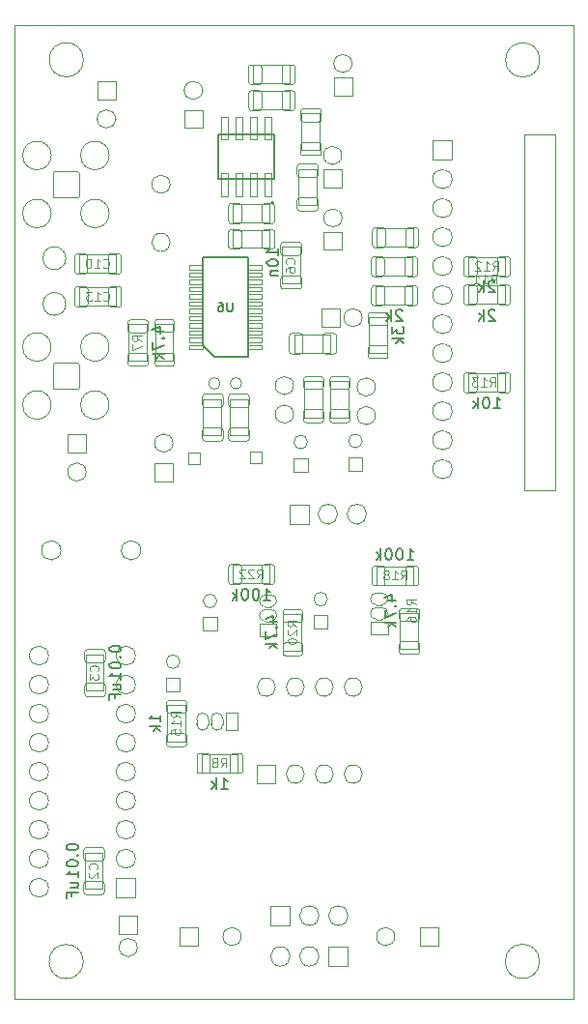
<source format=gbr>
%TF.GenerationSoftware,KiCad,Pcbnew,7.0.1*%
%TF.CreationDate,2023-11-03T16:30:40+00:00*%
%TF.ProjectId,SI4735,53493437-3335-42e6-9b69-6361645f7063,rev?*%
%TF.SameCoordinates,Original*%
%TF.FileFunction,AssemblyDrawing,Bot*%
%FSLAX45Y45*%
G04 Gerber Fmt 4.5, Leading zero omitted, Abs format (unit mm)*
G04 Created by KiCad (PCBNEW 7.0.1) date 2023-11-03 16:30:40*
%MOMM*%
%LPD*%
G01*
G04 APERTURE LIST*
%ADD10C,0.150000*%
%ADD11C,0.120000*%
%ADD12C,0.100000*%
%ADD13C,0.127000*%
%ADD14C,0.200000*%
%ADD15C,0.100000*%
%TD*%
%TA.AperFunction,Profile*%
%ADD16C,0.050000*%
%TD*%
%TA.AperFunction,Profile*%
%ADD17C,0.100000*%
%TD*%
G04 APERTURE END LIST*
D10*
%TO.C,R13*%
X16698794Y-11195262D02*
X16755937Y-11195262D01*
X16727365Y-11195262D02*
X16727365Y-11095262D01*
X16727365Y-11095262D02*
X16736889Y-11109548D01*
X16736889Y-11109548D02*
X16746413Y-11119071D01*
X16746413Y-11119071D02*
X16755937Y-11123833D01*
X16636889Y-11095262D02*
X16627365Y-11095262D01*
X16627365Y-11095262D02*
X16617841Y-11100024D01*
X16617841Y-11100024D02*
X16613079Y-11104786D01*
X16613079Y-11104786D02*
X16608318Y-11114310D01*
X16608318Y-11114310D02*
X16603556Y-11133357D01*
X16603556Y-11133357D02*
X16603556Y-11157167D01*
X16603556Y-11157167D02*
X16608318Y-11176214D01*
X16608318Y-11176214D02*
X16613079Y-11185738D01*
X16613079Y-11185738D02*
X16617841Y-11190500D01*
X16617841Y-11190500D02*
X16627365Y-11195262D01*
X16627365Y-11195262D02*
X16636889Y-11195262D01*
X16636889Y-11195262D02*
X16646413Y-11190500D01*
X16646413Y-11190500D02*
X16651175Y-11185738D01*
X16651175Y-11185738D02*
X16655937Y-11176214D01*
X16655937Y-11176214D02*
X16660698Y-11157167D01*
X16660698Y-11157167D02*
X16660698Y-11133357D01*
X16660698Y-11133357D02*
X16655937Y-11114310D01*
X16655937Y-11114310D02*
X16651175Y-11104786D01*
X16651175Y-11104786D02*
X16646413Y-11100024D01*
X16646413Y-11100024D02*
X16636889Y-11095262D01*
X16560698Y-11195262D02*
X16560698Y-11095262D01*
X16551175Y-11157167D02*
X16522603Y-11195262D01*
X16522603Y-11128595D02*
X16560698Y-11166690D01*
D11*
X16664698Y-11004170D02*
X16691365Y-10966074D01*
X16710413Y-11004170D02*
X16710413Y-10924170D01*
X16710413Y-10924170D02*
X16679937Y-10924170D01*
X16679937Y-10924170D02*
X16672318Y-10927979D01*
X16672318Y-10927979D02*
X16668508Y-10931789D01*
X16668508Y-10931789D02*
X16664698Y-10939408D01*
X16664698Y-10939408D02*
X16664698Y-10950836D01*
X16664698Y-10950836D02*
X16668508Y-10958455D01*
X16668508Y-10958455D02*
X16672318Y-10962265D01*
X16672318Y-10962265D02*
X16679937Y-10966074D01*
X16679937Y-10966074D02*
X16710413Y-10966074D01*
X16588508Y-11004170D02*
X16634222Y-11004170D01*
X16611365Y-11004170D02*
X16611365Y-10924170D01*
X16611365Y-10924170D02*
X16618984Y-10935598D01*
X16618984Y-10935598D02*
X16626603Y-10943217D01*
X16626603Y-10943217D02*
X16634222Y-10947027D01*
X16561841Y-10924170D02*
X16512318Y-10924170D01*
X16512318Y-10924170D02*
X16538984Y-10954646D01*
X16538984Y-10954646D02*
X16527556Y-10954646D01*
X16527556Y-10954646D02*
X16519937Y-10958455D01*
X16519937Y-10958455D02*
X16516127Y-10962265D01*
X16516127Y-10962265D02*
X16512318Y-10969884D01*
X16512318Y-10969884D02*
X16512318Y-10988931D01*
X16512318Y-10988931D02*
X16516127Y-10996550D01*
X16516127Y-10996550D02*
X16519937Y-11000360D01*
X16519937Y-11000360D02*
X16527556Y-11004170D01*
X16527556Y-11004170D02*
X16550413Y-11004170D01*
X16550413Y-11004170D02*
X16558032Y-11000360D01*
X16558032Y-11000360D02*
X16561841Y-10996550D01*
D10*
%TO.C,C2*%
X12953262Y-15030595D02*
X12953262Y-15040119D01*
X12953262Y-15040119D02*
X12958024Y-15049643D01*
X12958024Y-15049643D02*
X12962786Y-15054405D01*
X12962786Y-15054405D02*
X12972309Y-15059167D01*
X12972309Y-15059167D02*
X12991357Y-15063928D01*
X12991357Y-15063928D02*
X13015167Y-15063928D01*
X13015167Y-15063928D02*
X13034214Y-15059167D01*
X13034214Y-15059167D02*
X13043738Y-15054405D01*
X13043738Y-15054405D02*
X13048500Y-15049643D01*
X13048500Y-15049643D02*
X13053262Y-15040119D01*
X13053262Y-15040119D02*
X13053262Y-15030595D01*
X13053262Y-15030595D02*
X13048500Y-15021071D01*
X13048500Y-15021071D02*
X13043738Y-15016309D01*
X13043738Y-15016309D02*
X13034214Y-15011548D01*
X13034214Y-15011548D02*
X13015167Y-15006786D01*
X13015167Y-15006786D02*
X12991357Y-15006786D01*
X12991357Y-15006786D02*
X12972309Y-15011548D01*
X12972309Y-15011548D02*
X12962786Y-15016309D01*
X12962786Y-15016309D02*
X12958024Y-15021071D01*
X12958024Y-15021071D02*
X12953262Y-15030595D01*
X13043738Y-15106786D02*
X13048500Y-15111548D01*
X13048500Y-15111548D02*
X13053262Y-15106786D01*
X13053262Y-15106786D02*
X13048500Y-15102024D01*
X13048500Y-15102024D02*
X13043738Y-15106786D01*
X13043738Y-15106786D02*
X13053262Y-15106786D01*
X12953262Y-15173452D02*
X12953262Y-15182976D01*
X12953262Y-15182976D02*
X12958024Y-15192500D01*
X12958024Y-15192500D02*
X12962786Y-15197262D01*
X12962786Y-15197262D02*
X12972309Y-15202024D01*
X12972309Y-15202024D02*
X12991357Y-15206786D01*
X12991357Y-15206786D02*
X13015167Y-15206786D01*
X13015167Y-15206786D02*
X13034214Y-15202024D01*
X13034214Y-15202024D02*
X13043738Y-15197262D01*
X13043738Y-15197262D02*
X13048500Y-15192500D01*
X13048500Y-15192500D02*
X13053262Y-15182976D01*
X13053262Y-15182976D02*
X13053262Y-15173452D01*
X13053262Y-15173452D02*
X13048500Y-15163928D01*
X13048500Y-15163928D02*
X13043738Y-15159167D01*
X13043738Y-15159167D02*
X13034214Y-15154405D01*
X13034214Y-15154405D02*
X13015167Y-15149643D01*
X13015167Y-15149643D02*
X12991357Y-15149643D01*
X12991357Y-15149643D02*
X12972309Y-15154405D01*
X12972309Y-15154405D02*
X12962786Y-15159167D01*
X12962786Y-15159167D02*
X12958024Y-15163928D01*
X12958024Y-15163928D02*
X12953262Y-15173452D01*
X13053262Y-15302024D02*
X13053262Y-15244881D01*
X13053262Y-15273452D02*
X12953262Y-15273452D01*
X12953262Y-15273452D02*
X12967548Y-15263928D01*
X12967548Y-15263928D02*
X12977071Y-15254405D01*
X12977071Y-15254405D02*
X12981833Y-15244881D01*
X12986595Y-15387738D02*
X13053262Y-15387738D01*
X12986595Y-15344881D02*
X13038976Y-15344881D01*
X13038976Y-15344881D02*
X13048500Y-15349643D01*
X13048500Y-15349643D02*
X13053262Y-15359167D01*
X13053262Y-15359167D02*
X13053262Y-15373452D01*
X13053262Y-15373452D02*
X13048500Y-15382976D01*
X13048500Y-15382976D02*
X13043738Y-15387738D01*
X13000881Y-15468690D02*
X13000881Y-15435357D01*
X13053262Y-15435357D02*
X12953262Y-15435357D01*
X12953262Y-15435357D02*
X12953262Y-15482976D01*
D11*
X13221390Y-15229167D02*
X13225200Y-15225357D01*
X13225200Y-15225357D02*
X13229009Y-15213929D01*
X13229009Y-15213929D02*
X13229009Y-15206309D01*
X13229009Y-15206309D02*
X13225200Y-15194881D01*
X13225200Y-15194881D02*
X13217581Y-15187262D01*
X13217581Y-15187262D02*
X13209962Y-15183452D01*
X13209962Y-15183452D02*
X13194724Y-15179643D01*
X13194724Y-15179643D02*
X13183295Y-15179643D01*
X13183295Y-15179643D02*
X13168057Y-15183452D01*
X13168057Y-15183452D02*
X13160438Y-15187262D01*
X13160438Y-15187262D02*
X13152819Y-15194881D01*
X13152819Y-15194881D02*
X13149009Y-15206309D01*
X13149009Y-15206309D02*
X13149009Y-15213929D01*
X13149009Y-15213929D02*
X13152819Y-15225357D01*
X13152819Y-15225357D02*
X13156628Y-15229167D01*
X13156628Y-15259643D02*
X13152819Y-15263452D01*
X13152819Y-15263452D02*
X13149009Y-15271071D01*
X13149009Y-15271071D02*
X13149009Y-15290119D01*
X13149009Y-15290119D02*
X13152819Y-15297738D01*
X13152819Y-15297738D02*
X13156628Y-15301548D01*
X13156628Y-15301548D02*
X13164248Y-15305357D01*
X13164248Y-15305357D02*
X13171867Y-15305357D01*
X13171867Y-15305357D02*
X13183295Y-15301548D01*
X13183295Y-15301548D02*
X13229009Y-15255833D01*
X13229009Y-15255833D02*
X13229009Y-15305357D01*
D10*
%TO.C,C6*%
X14811262Y-9853214D02*
X14811262Y-9796071D01*
X14811262Y-9824643D02*
X14711262Y-9824643D01*
X14711262Y-9824643D02*
X14725548Y-9815119D01*
X14725548Y-9815119D02*
X14735071Y-9805595D01*
X14735071Y-9805595D02*
X14739833Y-9796071D01*
X14711262Y-9915119D02*
X14711262Y-9924643D01*
X14711262Y-9924643D02*
X14716024Y-9934167D01*
X14716024Y-9934167D02*
X14720786Y-9938929D01*
X14720786Y-9938929D02*
X14730309Y-9943690D01*
X14730309Y-9943690D02*
X14749357Y-9948452D01*
X14749357Y-9948452D02*
X14773167Y-9948452D01*
X14773167Y-9948452D02*
X14792214Y-9943690D01*
X14792214Y-9943690D02*
X14801738Y-9938929D01*
X14801738Y-9938929D02*
X14806500Y-9934167D01*
X14806500Y-9934167D02*
X14811262Y-9924643D01*
X14811262Y-9924643D02*
X14811262Y-9915119D01*
X14811262Y-9915119D02*
X14806500Y-9905595D01*
X14806500Y-9905595D02*
X14801738Y-9900833D01*
X14801738Y-9900833D02*
X14792214Y-9896071D01*
X14792214Y-9896071D02*
X14773167Y-9891310D01*
X14773167Y-9891310D02*
X14749357Y-9891310D01*
X14749357Y-9891310D02*
X14730309Y-9896071D01*
X14730309Y-9896071D02*
X14720786Y-9900833D01*
X14720786Y-9900833D02*
X14716024Y-9905595D01*
X14716024Y-9905595D02*
X14711262Y-9915119D01*
X14744595Y-9991310D02*
X14811262Y-9991310D01*
X14754119Y-9991310D02*
X14749357Y-9996071D01*
X14749357Y-9996071D02*
X14744595Y-10005595D01*
X14744595Y-10005595D02*
X14744595Y-10019881D01*
X14744595Y-10019881D02*
X14749357Y-10029405D01*
X14749357Y-10029405D02*
X14758881Y-10034167D01*
X14758881Y-10034167D02*
X14811262Y-10034167D01*
D11*
X14949390Y-9926667D02*
X14953200Y-9922857D01*
X14953200Y-9922857D02*
X14957009Y-9911429D01*
X14957009Y-9911429D02*
X14957009Y-9903810D01*
X14957009Y-9903810D02*
X14953200Y-9892381D01*
X14953200Y-9892381D02*
X14945581Y-9884762D01*
X14945581Y-9884762D02*
X14937962Y-9880952D01*
X14937962Y-9880952D02*
X14922724Y-9877143D01*
X14922724Y-9877143D02*
X14911295Y-9877143D01*
X14911295Y-9877143D02*
X14896057Y-9880952D01*
X14896057Y-9880952D02*
X14888438Y-9884762D01*
X14888438Y-9884762D02*
X14880819Y-9892381D01*
X14880819Y-9892381D02*
X14877009Y-9903810D01*
X14877009Y-9903810D02*
X14877009Y-9911429D01*
X14877009Y-9911429D02*
X14880819Y-9922857D01*
X14880819Y-9922857D02*
X14884628Y-9926667D01*
X14877009Y-9995238D02*
X14877009Y-9980000D01*
X14877009Y-9980000D02*
X14880819Y-9972381D01*
X14880819Y-9972381D02*
X14884628Y-9968571D01*
X14884628Y-9968571D02*
X14896057Y-9960952D01*
X14896057Y-9960952D02*
X14911295Y-9957143D01*
X14911295Y-9957143D02*
X14941771Y-9957143D01*
X14941771Y-9957143D02*
X14949390Y-9960952D01*
X14949390Y-9960952D02*
X14953200Y-9964762D01*
X14953200Y-9964762D02*
X14957009Y-9972381D01*
X14957009Y-9972381D02*
X14957009Y-9987619D01*
X14957009Y-9987619D02*
X14953200Y-9995238D01*
X14953200Y-9995238D02*
X14949390Y-9999048D01*
X14949390Y-9999048D02*
X14941771Y-10002857D01*
X14941771Y-10002857D02*
X14922724Y-10002857D01*
X14922724Y-10002857D02*
X14915105Y-9999048D01*
X14915105Y-9999048D02*
X14911295Y-9995238D01*
X14911295Y-9995238D02*
X14907486Y-9987619D01*
X14907486Y-9987619D02*
X14907486Y-9972381D01*
X14907486Y-9972381D02*
X14911295Y-9964762D01*
X14911295Y-9964762D02*
X14915105Y-9960952D01*
X14915105Y-9960952D02*
X14922724Y-9957143D01*
D10*
%TO.C,R4*%
X15810222Y-10478821D02*
X15810222Y-10540725D01*
X15810222Y-10540725D02*
X15848317Y-10507392D01*
X15848317Y-10507392D02*
X15848317Y-10521678D01*
X15848317Y-10521678D02*
X15853079Y-10531201D01*
X15853079Y-10531201D02*
X15857841Y-10535963D01*
X15857841Y-10535963D02*
X15867365Y-10540725D01*
X15867365Y-10540725D02*
X15891174Y-10540725D01*
X15891174Y-10540725D02*
X15900698Y-10535963D01*
X15900698Y-10535963D02*
X15905460Y-10531201D01*
X15905460Y-10531201D02*
X15910222Y-10521678D01*
X15910222Y-10521678D02*
X15910222Y-10493106D01*
X15910222Y-10493106D02*
X15905460Y-10483582D01*
X15905460Y-10483582D02*
X15900698Y-10478821D01*
X15910222Y-10583582D02*
X15810222Y-10583582D01*
X15872127Y-10593106D02*
X15910222Y-10621678D01*
X15843555Y-10621678D02*
X15881650Y-10583582D01*
D11*
%TO.C,C10*%
X13276624Y-9956211D02*
X13280433Y-9960020D01*
X13280433Y-9960020D02*
X13291862Y-9963830D01*
X13291862Y-9963830D02*
X13299481Y-9963830D01*
X13299481Y-9963830D02*
X13310909Y-9960020D01*
X13310909Y-9960020D02*
X13318528Y-9952401D01*
X13318528Y-9952401D02*
X13322338Y-9944782D01*
X13322338Y-9944782D02*
X13326147Y-9929544D01*
X13326147Y-9929544D02*
X13326147Y-9918115D01*
X13326147Y-9918115D02*
X13322338Y-9902877D01*
X13322338Y-9902877D02*
X13318528Y-9895258D01*
X13318528Y-9895258D02*
X13310909Y-9887639D01*
X13310909Y-9887639D02*
X13299481Y-9883830D01*
X13299481Y-9883830D02*
X13291862Y-9883830D01*
X13291862Y-9883830D02*
X13280433Y-9887639D01*
X13280433Y-9887639D02*
X13276624Y-9891449D01*
X13200433Y-9963830D02*
X13246147Y-9963830D01*
X13223290Y-9963830D02*
X13223290Y-9883830D01*
X13223290Y-9883830D02*
X13230909Y-9895258D01*
X13230909Y-9895258D02*
X13238528Y-9902877D01*
X13238528Y-9902877D02*
X13246147Y-9906687D01*
X13150909Y-9883830D02*
X13143290Y-9883830D01*
X13143290Y-9883830D02*
X13135671Y-9887639D01*
X13135671Y-9887639D02*
X13131862Y-9891449D01*
X13131862Y-9891449D02*
X13128052Y-9899068D01*
X13128052Y-9899068D02*
X13124243Y-9914306D01*
X13124243Y-9914306D02*
X13124243Y-9933353D01*
X13124243Y-9933353D02*
X13128052Y-9948592D01*
X13128052Y-9948592D02*
X13131862Y-9956211D01*
X13131862Y-9956211D02*
X13135671Y-9960020D01*
X13135671Y-9960020D02*
X13143290Y-9963830D01*
X13143290Y-9963830D02*
X13150909Y-9963830D01*
X13150909Y-9963830D02*
X13158528Y-9960020D01*
X13158528Y-9960020D02*
X13162338Y-9956211D01*
X13162338Y-9956211D02*
X13166147Y-9948592D01*
X13166147Y-9948592D02*
X13169957Y-9933353D01*
X13169957Y-9933353D02*
X13169957Y-9914306D01*
X13169957Y-9914306D02*
X13166147Y-9899068D01*
X13166147Y-9899068D02*
X13162338Y-9891449D01*
X13162338Y-9891449D02*
X13158528Y-9887639D01*
X13158528Y-9887639D02*
X13150909Y-9883830D01*
D10*
%TO.C,R11*%
X16708317Y-10337446D02*
X16703556Y-10332684D01*
X16703556Y-10332684D02*
X16694032Y-10327922D01*
X16694032Y-10327922D02*
X16670222Y-10327922D01*
X16670222Y-10327922D02*
X16660698Y-10332684D01*
X16660698Y-10332684D02*
X16655937Y-10337446D01*
X16655937Y-10337446D02*
X16651175Y-10346970D01*
X16651175Y-10346970D02*
X16651175Y-10356493D01*
X16651175Y-10356493D02*
X16655937Y-10370779D01*
X16655937Y-10370779D02*
X16713079Y-10427922D01*
X16713079Y-10427922D02*
X16651175Y-10427922D01*
X16608317Y-10427922D02*
X16608317Y-10327922D01*
X16598794Y-10389827D02*
X16570222Y-10427922D01*
X16570222Y-10361255D02*
X16608317Y-10399350D01*
D11*
X16676948Y-10101670D02*
X16703615Y-10063574D01*
X16722663Y-10101670D02*
X16722663Y-10021670D01*
X16722663Y-10021670D02*
X16692187Y-10021670D01*
X16692187Y-10021670D02*
X16684568Y-10025479D01*
X16684568Y-10025479D02*
X16680758Y-10029289D01*
X16680758Y-10029289D02*
X16676948Y-10036908D01*
X16676948Y-10036908D02*
X16676948Y-10048336D01*
X16676948Y-10048336D02*
X16680758Y-10055955D01*
X16680758Y-10055955D02*
X16684568Y-10059765D01*
X16684568Y-10059765D02*
X16692187Y-10063574D01*
X16692187Y-10063574D02*
X16722663Y-10063574D01*
X16600758Y-10101670D02*
X16646472Y-10101670D01*
X16623615Y-10101670D02*
X16623615Y-10021670D01*
X16623615Y-10021670D02*
X16631234Y-10033098D01*
X16631234Y-10033098D02*
X16638853Y-10040717D01*
X16638853Y-10040717D02*
X16646472Y-10044527D01*
X16524568Y-10101670D02*
X16570282Y-10101670D01*
X16547425Y-10101670D02*
X16547425Y-10021670D01*
X16547425Y-10021670D02*
X16555044Y-10033098D01*
X16555044Y-10033098D02*
X16562663Y-10040717D01*
X16562663Y-10040717D02*
X16570282Y-10044527D01*
D10*
%TO.C,R8*%
X14308155Y-14528262D02*
X14365297Y-14528262D01*
X14336726Y-14528262D02*
X14336726Y-14428262D01*
X14336726Y-14428262D02*
X14346250Y-14442548D01*
X14346250Y-14442548D02*
X14355774Y-14452071D01*
X14355774Y-14452071D02*
X14365297Y-14456833D01*
X14265297Y-14528262D02*
X14265297Y-14428262D01*
X14255774Y-14490167D02*
X14227202Y-14528262D01*
X14227202Y-14461595D02*
X14265297Y-14499690D01*
D11*
X14309583Y-14337009D02*
X14336250Y-14298914D01*
X14355297Y-14337009D02*
X14355297Y-14257009D01*
X14355297Y-14257009D02*
X14324821Y-14257009D01*
X14324821Y-14257009D02*
X14317202Y-14260819D01*
X14317202Y-14260819D02*
X14313393Y-14264628D01*
X14313393Y-14264628D02*
X14309583Y-14272248D01*
X14309583Y-14272248D02*
X14309583Y-14283676D01*
X14309583Y-14283676D02*
X14313393Y-14291295D01*
X14313393Y-14291295D02*
X14317202Y-14295105D01*
X14317202Y-14295105D02*
X14324821Y-14298914D01*
X14324821Y-14298914D02*
X14355297Y-14298914D01*
X14263869Y-14291295D02*
X14271488Y-14287486D01*
X14271488Y-14287486D02*
X14275297Y-14283676D01*
X14275297Y-14283676D02*
X14279107Y-14276057D01*
X14279107Y-14276057D02*
X14279107Y-14272248D01*
X14279107Y-14272248D02*
X14275297Y-14264628D01*
X14275297Y-14264628D02*
X14271488Y-14260819D01*
X14271488Y-14260819D02*
X14263869Y-14257009D01*
X14263869Y-14257009D02*
X14248631Y-14257009D01*
X14248631Y-14257009D02*
X14241012Y-14260819D01*
X14241012Y-14260819D02*
X14237202Y-14264628D01*
X14237202Y-14264628D02*
X14233393Y-14272248D01*
X14233393Y-14272248D02*
X14233393Y-14276057D01*
X14233393Y-14276057D02*
X14237202Y-14283676D01*
X14237202Y-14283676D02*
X14241012Y-14287486D01*
X14241012Y-14287486D02*
X14248631Y-14291295D01*
X14248631Y-14291295D02*
X14263869Y-14291295D01*
X14263869Y-14291295D02*
X14271488Y-14295105D01*
X14271488Y-14295105D02*
X14275297Y-14298914D01*
X14275297Y-14298914D02*
X14279107Y-14306533D01*
X14279107Y-14306533D02*
X14279107Y-14321771D01*
X14279107Y-14321771D02*
X14275297Y-14329390D01*
X14275297Y-14329390D02*
X14271488Y-14333200D01*
X14271488Y-14333200D02*
X14263869Y-14337009D01*
X14263869Y-14337009D02*
X14248631Y-14337009D01*
X14248631Y-14337009D02*
X14241012Y-14333200D01*
X14241012Y-14333200D02*
X14237202Y-14329390D01*
X14237202Y-14329390D02*
X14233393Y-14321771D01*
X14233393Y-14321771D02*
X14233393Y-14306533D01*
X14233393Y-14306533D02*
X14237202Y-14298914D01*
X14237202Y-14298914D02*
X14241012Y-14295105D01*
X14241012Y-14295105D02*
X14248631Y-14291295D01*
D10*
%TO.C,R20*%
X14732845Y-13060893D02*
X14799512Y-13060893D01*
X14694750Y-13037083D02*
X14766178Y-13013274D01*
X14766178Y-13013274D02*
X14766178Y-13075178D01*
X14789988Y-13113274D02*
X14794750Y-13118036D01*
X14794750Y-13118036D02*
X14799512Y-13113274D01*
X14799512Y-13113274D02*
X14794750Y-13108512D01*
X14794750Y-13108512D02*
X14789988Y-13113274D01*
X14789988Y-13113274D02*
X14799512Y-13113274D01*
X14699512Y-13151369D02*
X14699512Y-13218036D01*
X14699512Y-13218036D02*
X14799512Y-13175178D01*
X14799512Y-13256131D02*
X14699512Y-13256131D01*
X14761417Y-13265655D02*
X14799512Y-13294226D01*
X14732845Y-13294226D02*
X14770940Y-13256131D01*
D11*
X14972259Y-13102321D02*
X14934164Y-13075655D01*
X14972259Y-13056607D02*
X14892259Y-13056607D01*
X14892259Y-13056607D02*
X14892259Y-13087083D01*
X14892259Y-13087083D02*
X14896069Y-13094702D01*
X14896069Y-13094702D02*
X14899878Y-13098512D01*
X14899878Y-13098512D02*
X14907498Y-13102321D01*
X14907498Y-13102321D02*
X14918926Y-13102321D01*
X14918926Y-13102321D02*
X14926545Y-13098512D01*
X14926545Y-13098512D02*
X14930355Y-13094702D01*
X14930355Y-13094702D02*
X14934164Y-13087083D01*
X14934164Y-13087083D02*
X14934164Y-13056607D01*
X14899878Y-13132797D02*
X14896069Y-13136607D01*
X14896069Y-13136607D02*
X14892259Y-13144226D01*
X14892259Y-13144226D02*
X14892259Y-13163274D01*
X14892259Y-13163274D02*
X14896069Y-13170893D01*
X14896069Y-13170893D02*
X14899878Y-13174702D01*
X14899878Y-13174702D02*
X14907498Y-13178512D01*
X14907498Y-13178512D02*
X14915117Y-13178512D01*
X14915117Y-13178512D02*
X14926545Y-13174702D01*
X14926545Y-13174702D02*
X14972259Y-13128988D01*
X14972259Y-13128988D02*
X14972259Y-13178512D01*
X14892259Y-13228036D02*
X14892259Y-13235655D01*
X14892259Y-13235655D02*
X14896069Y-13243274D01*
X14896069Y-13243274D02*
X14899878Y-13247083D01*
X14899878Y-13247083D02*
X14907498Y-13250893D01*
X14907498Y-13250893D02*
X14922736Y-13254702D01*
X14922736Y-13254702D02*
X14941783Y-13254702D01*
X14941783Y-13254702D02*
X14957021Y-13250893D01*
X14957021Y-13250893D02*
X14964640Y-13247083D01*
X14964640Y-13247083D02*
X14968450Y-13243274D01*
X14968450Y-13243274D02*
X14972259Y-13235655D01*
X14972259Y-13235655D02*
X14972259Y-13228036D01*
X14972259Y-13228036D02*
X14968450Y-13220417D01*
X14968450Y-13220417D02*
X14964640Y-13216607D01*
X14964640Y-13216607D02*
X14957021Y-13212798D01*
X14957021Y-13212798D02*
X14941783Y-13208988D01*
X14941783Y-13208988D02*
X14922736Y-13208988D01*
X14922736Y-13208988D02*
X14907498Y-13212798D01*
X14907498Y-13212798D02*
X14899878Y-13216607D01*
X14899878Y-13216607D02*
X14896069Y-13220417D01*
X14896069Y-13220417D02*
X14892259Y-13228036D01*
%TO.C,C13*%
X13278928Y-10244390D02*
X13282738Y-10248200D01*
X13282738Y-10248200D02*
X13294167Y-10252010D01*
X13294167Y-10252010D02*
X13301786Y-10252010D01*
X13301786Y-10252010D02*
X13313214Y-10248200D01*
X13313214Y-10248200D02*
X13320833Y-10240581D01*
X13320833Y-10240581D02*
X13324643Y-10232962D01*
X13324643Y-10232962D02*
X13328452Y-10217724D01*
X13328452Y-10217724D02*
X13328452Y-10206295D01*
X13328452Y-10206295D02*
X13324643Y-10191057D01*
X13324643Y-10191057D02*
X13320833Y-10183438D01*
X13320833Y-10183438D02*
X13313214Y-10175819D01*
X13313214Y-10175819D02*
X13301786Y-10172010D01*
X13301786Y-10172010D02*
X13294167Y-10172010D01*
X13294167Y-10172010D02*
X13282738Y-10175819D01*
X13282738Y-10175819D02*
X13278928Y-10179629D01*
X13202738Y-10252010D02*
X13248452Y-10252010D01*
X13225595Y-10252010D02*
X13225595Y-10172010D01*
X13225595Y-10172010D02*
X13233214Y-10183438D01*
X13233214Y-10183438D02*
X13240833Y-10191057D01*
X13240833Y-10191057D02*
X13248452Y-10194867D01*
X13176071Y-10172010D02*
X13126548Y-10172010D01*
X13126548Y-10172010D02*
X13153214Y-10202486D01*
X13153214Y-10202486D02*
X13141786Y-10202486D01*
X13141786Y-10202486D02*
X13134167Y-10206295D01*
X13134167Y-10206295D02*
X13130357Y-10210105D01*
X13130357Y-10210105D02*
X13126548Y-10217724D01*
X13126548Y-10217724D02*
X13126548Y-10236771D01*
X13126548Y-10236771D02*
X13130357Y-10244390D01*
X13130357Y-10244390D02*
X13134167Y-10248200D01*
X13134167Y-10248200D02*
X13141786Y-10252010D01*
X13141786Y-10252010D02*
X13164643Y-10252010D01*
X13164643Y-10252010D02*
X13172262Y-10248200D01*
X13172262Y-10248200D02*
X13176071Y-10244390D01*
D10*
%TO.C,R3*%
X15897257Y-10340966D02*
X15892496Y-10336204D01*
X15892496Y-10336204D02*
X15882972Y-10331442D01*
X15882972Y-10331442D02*
X15859162Y-10331442D01*
X15859162Y-10331442D02*
X15849638Y-10336204D01*
X15849638Y-10336204D02*
X15844877Y-10340966D01*
X15844877Y-10340966D02*
X15840115Y-10350490D01*
X15840115Y-10350490D02*
X15840115Y-10360013D01*
X15840115Y-10360013D02*
X15844877Y-10374299D01*
X15844877Y-10374299D02*
X15902019Y-10431442D01*
X15902019Y-10431442D02*
X15840115Y-10431442D01*
X15797257Y-10431442D02*
X15797257Y-10331442D01*
X15787734Y-10393347D02*
X15759162Y-10431442D01*
X15759162Y-10364775D02*
X15797257Y-10402870D01*
%TO.C,R22*%
X14680893Y-12873262D02*
X14738036Y-12873262D01*
X14709464Y-12873262D02*
X14709464Y-12773262D01*
X14709464Y-12773262D02*
X14718988Y-12787548D01*
X14718988Y-12787548D02*
X14728512Y-12797071D01*
X14728512Y-12797071D02*
X14738036Y-12801833D01*
X14618988Y-12773262D02*
X14609464Y-12773262D01*
X14609464Y-12773262D02*
X14599940Y-12778024D01*
X14599940Y-12778024D02*
X14595178Y-12782786D01*
X14595178Y-12782786D02*
X14590417Y-12792309D01*
X14590417Y-12792309D02*
X14585655Y-12811357D01*
X14585655Y-12811357D02*
X14585655Y-12835167D01*
X14585655Y-12835167D02*
X14590417Y-12854214D01*
X14590417Y-12854214D02*
X14595178Y-12863738D01*
X14595178Y-12863738D02*
X14599940Y-12868500D01*
X14599940Y-12868500D02*
X14609464Y-12873262D01*
X14609464Y-12873262D02*
X14618988Y-12873262D01*
X14618988Y-12873262D02*
X14628512Y-12868500D01*
X14628512Y-12868500D02*
X14633274Y-12863738D01*
X14633274Y-12863738D02*
X14638036Y-12854214D01*
X14638036Y-12854214D02*
X14642797Y-12835167D01*
X14642797Y-12835167D02*
X14642797Y-12811357D01*
X14642797Y-12811357D02*
X14638036Y-12792309D01*
X14638036Y-12792309D02*
X14633274Y-12782786D01*
X14633274Y-12782786D02*
X14628512Y-12778024D01*
X14628512Y-12778024D02*
X14618988Y-12773262D01*
X14523750Y-12773262D02*
X14514226Y-12773262D01*
X14514226Y-12773262D02*
X14504702Y-12778024D01*
X14504702Y-12778024D02*
X14499940Y-12782786D01*
X14499940Y-12782786D02*
X14495178Y-12792309D01*
X14495178Y-12792309D02*
X14490417Y-12811357D01*
X14490417Y-12811357D02*
X14490417Y-12835167D01*
X14490417Y-12835167D02*
X14495178Y-12854214D01*
X14495178Y-12854214D02*
X14499940Y-12863738D01*
X14499940Y-12863738D02*
X14504702Y-12868500D01*
X14504702Y-12868500D02*
X14514226Y-12873262D01*
X14514226Y-12873262D02*
X14523750Y-12873262D01*
X14523750Y-12873262D02*
X14533274Y-12868500D01*
X14533274Y-12868500D02*
X14538036Y-12863738D01*
X14538036Y-12863738D02*
X14542797Y-12854214D01*
X14542797Y-12854214D02*
X14547559Y-12835167D01*
X14547559Y-12835167D02*
X14547559Y-12811357D01*
X14547559Y-12811357D02*
X14542797Y-12792309D01*
X14542797Y-12792309D02*
X14538036Y-12782786D01*
X14538036Y-12782786D02*
X14533274Y-12778024D01*
X14533274Y-12778024D02*
X14523750Y-12773262D01*
X14447559Y-12873262D02*
X14447559Y-12773262D01*
X14438036Y-12835167D02*
X14409464Y-12873262D01*
X14409464Y-12806595D02*
X14447559Y-12844690D01*
D11*
X14625178Y-12682009D02*
X14651845Y-12643914D01*
X14670893Y-12682009D02*
X14670893Y-12602009D01*
X14670893Y-12602009D02*
X14640417Y-12602009D01*
X14640417Y-12602009D02*
X14632798Y-12605819D01*
X14632798Y-12605819D02*
X14628988Y-12609628D01*
X14628988Y-12609628D02*
X14625178Y-12617248D01*
X14625178Y-12617248D02*
X14625178Y-12628676D01*
X14625178Y-12628676D02*
X14628988Y-12636295D01*
X14628988Y-12636295D02*
X14632798Y-12640105D01*
X14632798Y-12640105D02*
X14640417Y-12643914D01*
X14640417Y-12643914D02*
X14670893Y-12643914D01*
X14594702Y-12609628D02*
X14590893Y-12605819D01*
X14590893Y-12605819D02*
X14583274Y-12602009D01*
X14583274Y-12602009D02*
X14564226Y-12602009D01*
X14564226Y-12602009D02*
X14556607Y-12605819D01*
X14556607Y-12605819D02*
X14552798Y-12609628D01*
X14552798Y-12609628D02*
X14548988Y-12617248D01*
X14548988Y-12617248D02*
X14548988Y-12624867D01*
X14548988Y-12624867D02*
X14552798Y-12636295D01*
X14552798Y-12636295D02*
X14598512Y-12682009D01*
X14598512Y-12682009D02*
X14548988Y-12682009D01*
X14518512Y-12609628D02*
X14514702Y-12605819D01*
X14514702Y-12605819D02*
X14507083Y-12602009D01*
X14507083Y-12602009D02*
X14488036Y-12602009D01*
X14488036Y-12602009D02*
X14480417Y-12605819D01*
X14480417Y-12605819D02*
X14476607Y-12609628D01*
X14476607Y-12609628D02*
X14472798Y-12617248D01*
X14472798Y-12617248D02*
X14472798Y-12624867D01*
X14472798Y-12624867D02*
X14476607Y-12636295D01*
X14476607Y-12636295D02*
X14522321Y-12682009D01*
X14522321Y-12682009D02*
X14472798Y-12682009D01*
D10*
%TO.C,U6*%
X14408452Y-10266260D02*
X14408452Y-10331021D01*
X14408452Y-10331021D02*
X14404643Y-10338640D01*
X14404643Y-10338640D02*
X14400833Y-10342450D01*
X14400833Y-10342450D02*
X14393214Y-10346260D01*
X14393214Y-10346260D02*
X14377976Y-10346260D01*
X14377976Y-10346260D02*
X14370357Y-10342450D01*
X14370357Y-10342450D02*
X14366548Y-10338640D01*
X14366548Y-10338640D02*
X14362738Y-10331021D01*
X14362738Y-10331021D02*
X14362738Y-10266260D01*
X14290357Y-10266260D02*
X14305595Y-10266260D01*
X14305595Y-10266260D02*
X14313214Y-10270069D01*
X14313214Y-10270069D02*
X14317024Y-10273879D01*
X14317024Y-10273879D02*
X14324643Y-10285307D01*
X14324643Y-10285307D02*
X14328452Y-10300545D01*
X14328452Y-10300545D02*
X14328452Y-10331021D01*
X14328452Y-10331021D02*
X14324643Y-10338640D01*
X14324643Y-10338640D02*
X14320833Y-10342450D01*
X14320833Y-10342450D02*
X14313214Y-10346260D01*
X14313214Y-10346260D02*
X14297976Y-10346260D01*
X14297976Y-10346260D02*
X14290357Y-10342450D01*
X14290357Y-10342450D02*
X14286548Y-10338640D01*
X14286548Y-10338640D02*
X14282738Y-10331021D01*
X14282738Y-10331021D02*
X14282738Y-10311974D01*
X14282738Y-10311974D02*
X14286548Y-10304355D01*
X14286548Y-10304355D02*
X14290357Y-10300545D01*
X14290357Y-10300545D02*
X14297976Y-10296736D01*
X14297976Y-10296736D02*
X14313214Y-10296736D01*
X14313214Y-10296736D02*
X14320833Y-10300545D01*
X14320833Y-10300545D02*
X14324643Y-10304355D01*
X14324643Y-10304355D02*
X14328452Y-10311974D01*
%TO.C,R12*%
X16708317Y-10087446D02*
X16703556Y-10082684D01*
X16703556Y-10082684D02*
X16694032Y-10077922D01*
X16694032Y-10077922D02*
X16670222Y-10077922D01*
X16670222Y-10077922D02*
X16660698Y-10082684D01*
X16660698Y-10082684D02*
X16655937Y-10087446D01*
X16655937Y-10087446D02*
X16651175Y-10096970D01*
X16651175Y-10096970D02*
X16651175Y-10106493D01*
X16651175Y-10106493D02*
X16655937Y-10120779D01*
X16655937Y-10120779D02*
X16713079Y-10177922D01*
X16713079Y-10177922D02*
X16651175Y-10177922D01*
X16608317Y-10177922D02*
X16608317Y-10077922D01*
X16598794Y-10139827D02*
X16570222Y-10177922D01*
X16570222Y-10111255D02*
X16608317Y-10149350D01*
D11*
X16690698Y-9986670D02*
X16717365Y-9948574D01*
X16736413Y-9986670D02*
X16736413Y-9906670D01*
X16736413Y-9906670D02*
X16705937Y-9906670D01*
X16705937Y-9906670D02*
X16698318Y-9910479D01*
X16698318Y-9910479D02*
X16694508Y-9914289D01*
X16694508Y-9914289D02*
X16690698Y-9921908D01*
X16690698Y-9921908D02*
X16690698Y-9933336D01*
X16690698Y-9933336D02*
X16694508Y-9940955D01*
X16694508Y-9940955D02*
X16698318Y-9944765D01*
X16698318Y-9944765D02*
X16705937Y-9948574D01*
X16705937Y-9948574D02*
X16736413Y-9948574D01*
X16614508Y-9986670D02*
X16660222Y-9986670D01*
X16637365Y-9986670D02*
X16637365Y-9906670D01*
X16637365Y-9906670D02*
X16644984Y-9918098D01*
X16644984Y-9918098D02*
X16652603Y-9925717D01*
X16652603Y-9925717D02*
X16660222Y-9929527D01*
X16584032Y-9914289D02*
X16580222Y-9910479D01*
X16580222Y-9910479D02*
X16572603Y-9906670D01*
X16572603Y-9906670D02*
X16553556Y-9906670D01*
X16553556Y-9906670D02*
X16545937Y-9910479D01*
X16545937Y-9910479D02*
X16542127Y-9914289D01*
X16542127Y-9914289D02*
X16538318Y-9921908D01*
X16538318Y-9921908D02*
X16538318Y-9929527D01*
X16538318Y-9929527D02*
X16542127Y-9940955D01*
X16542127Y-9940955D02*
X16587841Y-9986670D01*
X16587841Y-9986670D02*
X16538318Y-9986670D01*
D10*
%TO.C,C3*%
X13331262Y-13295595D02*
X13331262Y-13305119D01*
X13331262Y-13305119D02*
X13336024Y-13314643D01*
X13336024Y-13314643D02*
X13340786Y-13319405D01*
X13340786Y-13319405D02*
X13350309Y-13324167D01*
X13350309Y-13324167D02*
X13369357Y-13328928D01*
X13369357Y-13328928D02*
X13393167Y-13328928D01*
X13393167Y-13328928D02*
X13412214Y-13324167D01*
X13412214Y-13324167D02*
X13421738Y-13319405D01*
X13421738Y-13319405D02*
X13426500Y-13314643D01*
X13426500Y-13314643D02*
X13431262Y-13305119D01*
X13431262Y-13305119D02*
X13431262Y-13295595D01*
X13431262Y-13295595D02*
X13426500Y-13286071D01*
X13426500Y-13286071D02*
X13421738Y-13281309D01*
X13421738Y-13281309D02*
X13412214Y-13276548D01*
X13412214Y-13276548D02*
X13393167Y-13271786D01*
X13393167Y-13271786D02*
X13369357Y-13271786D01*
X13369357Y-13271786D02*
X13350309Y-13276548D01*
X13350309Y-13276548D02*
X13340786Y-13281309D01*
X13340786Y-13281309D02*
X13336024Y-13286071D01*
X13336024Y-13286071D02*
X13331262Y-13295595D01*
X13421738Y-13371786D02*
X13426500Y-13376548D01*
X13426500Y-13376548D02*
X13431262Y-13371786D01*
X13431262Y-13371786D02*
X13426500Y-13367024D01*
X13426500Y-13367024D02*
X13421738Y-13371786D01*
X13421738Y-13371786D02*
X13431262Y-13371786D01*
X13331262Y-13438452D02*
X13331262Y-13447976D01*
X13331262Y-13447976D02*
X13336024Y-13457500D01*
X13336024Y-13457500D02*
X13340786Y-13462262D01*
X13340786Y-13462262D02*
X13350309Y-13467024D01*
X13350309Y-13467024D02*
X13369357Y-13471786D01*
X13369357Y-13471786D02*
X13393167Y-13471786D01*
X13393167Y-13471786D02*
X13412214Y-13467024D01*
X13412214Y-13467024D02*
X13421738Y-13462262D01*
X13421738Y-13462262D02*
X13426500Y-13457500D01*
X13426500Y-13457500D02*
X13431262Y-13447976D01*
X13431262Y-13447976D02*
X13431262Y-13438452D01*
X13431262Y-13438452D02*
X13426500Y-13428928D01*
X13426500Y-13428928D02*
X13421738Y-13424167D01*
X13421738Y-13424167D02*
X13412214Y-13419405D01*
X13412214Y-13419405D02*
X13393167Y-13414643D01*
X13393167Y-13414643D02*
X13369357Y-13414643D01*
X13369357Y-13414643D02*
X13350309Y-13419405D01*
X13350309Y-13419405D02*
X13340786Y-13424167D01*
X13340786Y-13424167D02*
X13336024Y-13428928D01*
X13336024Y-13428928D02*
X13331262Y-13438452D01*
X13431262Y-13567024D02*
X13431262Y-13509881D01*
X13431262Y-13538452D02*
X13331262Y-13538452D01*
X13331262Y-13538452D02*
X13345548Y-13528928D01*
X13345548Y-13528928D02*
X13355071Y-13519405D01*
X13355071Y-13519405D02*
X13359833Y-13509881D01*
X13364595Y-13652738D02*
X13431262Y-13652738D01*
X13364595Y-13609881D02*
X13416976Y-13609881D01*
X13416976Y-13609881D02*
X13426500Y-13614643D01*
X13426500Y-13614643D02*
X13431262Y-13624167D01*
X13431262Y-13624167D02*
X13431262Y-13638452D01*
X13431262Y-13638452D02*
X13426500Y-13647976D01*
X13426500Y-13647976D02*
X13421738Y-13652738D01*
X13378881Y-13733690D02*
X13378881Y-13700357D01*
X13431262Y-13700357D02*
X13331262Y-13700357D01*
X13331262Y-13700357D02*
X13331262Y-13747976D01*
D11*
X13229390Y-13494167D02*
X13233200Y-13490357D01*
X13233200Y-13490357D02*
X13237009Y-13478929D01*
X13237009Y-13478929D02*
X13237009Y-13471309D01*
X13237009Y-13471309D02*
X13233200Y-13459881D01*
X13233200Y-13459881D02*
X13225581Y-13452262D01*
X13225581Y-13452262D02*
X13217962Y-13448452D01*
X13217962Y-13448452D02*
X13202724Y-13444643D01*
X13202724Y-13444643D02*
X13191295Y-13444643D01*
X13191295Y-13444643D02*
X13176057Y-13448452D01*
X13176057Y-13448452D02*
X13168438Y-13452262D01*
X13168438Y-13452262D02*
X13160819Y-13459881D01*
X13160819Y-13459881D02*
X13157009Y-13471309D01*
X13157009Y-13471309D02*
X13157009Y-13478929D01*
X13157009Y-13478929D02*
X13160819Y-13490357D01*
X13160819Y-13490357D02*
X13164628Y-13494167D01*
X13157009Y-13520833D02*
X13157009Y-13570357D01*
X13157009Y-13570357D02*
X13187486Y-13543690D01*
X13187486Y-13543690D02*
X13187486Y-13555119D01*
X13187486Y-13555119D02*
X13191295Y-13562738D01*
X13191295Y-13562738D02*
X13195105Y-13566548D01*
X13195105Y-13566548D02*
X13202724Y-13570357D01*
X13202724Y-13570357D02*
X13221771Y-13570357D01*
X13221771Y-13570357D02*
X13229390Y-13566548D01*
X13229390Y-13566548D02*
X13233200Y-13562738D01*
X13233200Y-13562738D02*
X13237009Y-13555119D01*
X13237009Y-13555119D02*
X13237009Y-13532262D01*
X13237009Y-13532262D02*
X13233200Y-13524643D01*
X13233200Y-13524643D02*
X13229390Y-13520833D01*
D10*
%TO.C,R16*%
X15778095Y-12872393D02*
X15844762Y-12872393D01*
X15740000Y-12848583D02*
X15811428Y-12824774D01*
X15811428Y-12824774D02*
X15811428Y-12886678D01*
X15835238Y-12924774D02*
X15840000Y-12929536D01*
X15840000Y-12929536D02*
X15844762Y-12924774D01*
X15844762Y-12924774D02*
X15840000Y-12920012D01*
X15840000Y-12920012D02*
X15835238Y-12924774D01*
X15835238Y-12924774D02*
X15844762Y-12924774D01*
X15744762Y-12962869D02*
X15744762Y-13029536D01*
X15744762Y-13029536D02*
X15844762Y-12986678D01*
X15844762Y-13067631D02*
X15744762Y-13067631D01*
X15806667Y-13077155D02*
X15844762Y-13105726D01*
X15778095Y-13105726D02*
X15816190Y-13067631D01*
D11*
X16017509Y-12913821D02*
X15979414Y-12887155D01*
X16017509Y-12868107D02*
X15937509Y-12868107D01*
X15937509Y-12868107D02*
X15937509Y-12898583D01*
X15937509Y-12898583D02*
X15941319Y-12906202D01*
X15941319Y-12906202D02*
X15945128Y-12910012D01*
X15945128Y-12910012D02*
X15952748Y-12913821D01*
X15952748Y-12913821D02*
X15964176Y-12913821D01*
X15964176Y-12913821D02*
X15971795Y-12910012D01*
X15971795Y-12910012D02*
X15975605Y-12906202D01*
X15975605Y-12906202D02*
X15979414Y-12898583D01*
X15979414Y-12898583D02*
X15979414Y-12868107D01*
X16017509Y-12990012D02*
X16017509Y-12944297D01*
X16017509Y-12967155D02*
X15937509Y-12967155D01*
X15937509Y-12967155D02*
X15948938Y-12959536D01*
X15948938Y-12959536D02*
X15956557Y-12951917D01*
X15956557Y-12951917D02*
X15960367Y-12944297D01*
X15937509Y-13058583D02*
X15937509Y-13043345D01*
X15937509Y-13043345D02*
X15941319Y-13035726D01*
X15941319Y-13035726D02*
X15945128Y-13031917D01*
X15945128Y-13031917D02*
X15956557Y-13024298D01*
X15956557Y-13024298D02*
X15971795Y-13020488D01*
X15971795Y-13020488D02*
X16002271Y-13020488D01*
X16002271Y-13020488D02*
X16009890Y-13024298D01*
X16009890Y-13024298D02*
X16013700Y-13028107D01*
X16013700Y-13028107D02*
X16017509Y-13035726D01*
X16017509Y-13035726D02*
X16017509Y-13050964D01*
X16017509Y-13050964D02*
X16013700Y-13058583D01*
X16013700Y-13058583D02*
X16009890Y-13062393D01*
X16009890Y-13062393D02*
X16002271Y-13066202D01*
X16002271Y-13066202D02*
X15983224Y-13066202D01*
X15983224Y-13066202D02*
X15975605Y-13062393D01*
X15975605Y-13062393D02*
X15971795Y-13058583D01*
X15971795Y-13058583D02*
X15967986Y-13050964D01*
X15967986Y-13050964D02*
X15967986Y-13035726D01*
X15967986Y-13035726D02*
X15971795Y-13028107D01*
X15971795Y-13028107D02*
X15975605Y-13024298D01*
X15975605Y-13024298D02*
X15983224Y-13020488D01*
D10*
%TO.C,R7*%
X13739095Y-10525893D02*
X13805762Y-10525893D01*
X13701000Y-10502083D02*
X13772428Y-10478274D01*
X13772428Y-10478274D02*
X13772428Y-10540179D01*
X13796238Y-10578274D02*
X13801000Y-10583036D01*
X13801000Y-10583036D02*
X13805762Y-10578274D01*
X13805762Y-10578274D02*
X13801000Y-10573512D01*
X13801000Y-10573512D02*
X13796238Y-10578274D01*
X13796238Y-10578274D02*
X13805762Y-10578274D01*
X13705762Y-10616369D02*
X13705762Y-10683036D01*
X13705762Y-10683036D02*
X13805762Y-10640179D01*
X13805762Y-10721131D02*
X13705762Y-10721131D01*
X13767667Y-10730655D02*
X13805762Y-10759226D01*
X13739095Y-10759226D02*
X13777190Y-10721131D01*
D11*
X13614509Y-10605417D02*
X13576414Y-10578750D01*
X13614509Y-10559702D02*
X13534509Y-10559702D01*
X13534509Y-10559702D02*
X13534509Y-10590179D01*
X13534509Y-10590179D02*
X13538319Y-10597798D01*
X13538319Y-10597798D02*
X13542128Y-10601607D01*
X13542128Y-10601607D02*
X13549748Y-10605417D01*
X13549748Y-10605417D02*
X13561176Y-10605417D01*
X13561176Y-10605417D02*
X13568795Y-10601607D01*
X13568795Y-10601607D02*
X13572605Y-10597798D01*
X13572605Y-10597798D02*
X13576414Y-10590179D01*
X13576414Y-10590179D02*
X13576414Y-10559702D01*
X13534509Y-10632083D02*
X13534509Y-10685417D01*
X13534509Y-10685417D02*
X13614509Y-10651131D01*
D10*
%TO.C,R18*%
X15940893Y-12521522D02*
X15998036Y-12521522D01*
X15969464Y-12521522D02*
X15969464Y-12421522D01*
X15969464Y-12421522D02*
X15978988Y-12435808D01*
X15978988Y-12435808D02*
X15988512Y-12445331D01*
X15988512Y-12445331D02*
X15998036Y-12450093D01*
X15878988Y-12421522D02*
X15869464Y-12421522D01*
X15869464Y-12421522D02*
X15859940Y-12426284D01*
X15859940Y-12426284D02*
X15855178Y-12431046D01*
X15855178Y-12431046D02*
X15850417Y-12440569D01*
X15850417Y-12440569D02*
X15845655Y-12459617D01*
X15845655Y-12459617D02*
X15845655Y-12483427D01*
X15845655Y-12483427D02*
X15850417Y-12502474D01*
X15850417Y-12502474D02*
X15855178Y-12511998D01*
X15855178Y-12511998D02*
X15859940Y-12516760D01*
X15859940Y-12516760D02*
X15869464Y-12521522D01*
X15869464Y-12521522D02*
X15878988Y-12521522D01*
X15878988Y-12521522D02*
X15888512Y-12516760D01*
X15888512Y-12516760D02*
X15893274Y-12511998D01*
X15893274Y-12511998D02*
X15898036Y-12502474D01*
X15898036Y-12502474D02*
X15902797Y-12483427D01*
X15902797Y-12483427D02*
X15902797Y-12459617D01*
X15902797Y-12459617D02*
X15898036Y-12440569D01*
X15898036Y-12440569D02*
X15893274Y-12431046D01*
X15893274Y-12431046D02*
X15888512Y-12426284D01*
X15888512Y-12426284D02*
X15878988Y-12421522D01*
X15783750Y-12421522D02*
X15774226Y-12421522D01*
X15774226Y-12421522D02*
X15764702Y-12426284D01*
X15764702Y-12426284D02*
X15759940Y-12431046D01*
X15759940Y-12431046D02*
X15755178Y-12440569D01*
X15755178Y-12440569D02*
X15750417Y-12459617D01*
X15750417Y-12459617D02*
X15750417Y-12483427D01*
X15750417Y-12483427D02*
X15755178Y-12502474D01*
X15755178Y-12502474D02*
X15759940Y-12511998D01*
X15759940Y-12511998D02*
X15764702Y-12516760D01*
X15764702Y-12516760D02*
X15774226Y-12521522D01*
X15774226Y-12521522D02*
X15783750Y-12521522D01*
X15783750Y-12521522D02*
X15793274Y-12516760D01*
X15793274Y-12516760D02*
X15798036Y-12511998D01*
X15798036Y-12511998D02*
X15802797Y-12502474D01*
X15802797Y-12502474D02*
X15807559Y-12483427D01*
X15807559Y-12483427D02*
X15807559Y-12459617D01*
X15807559Y-12459617D02*
X15802797Y-12440569D01*
X15802797Y-12440569D02*
X15798036Y-12431046D01*
X15798036Y-12431046D02*
X15793274Y-12426284D01*
X15793274Y-12426284D02*
X15783750Y-12421522D01*
X15707559Y-12521522D02*
X15707559Y-12421522D01*
X15698036Y-12483427D02*
X15669464Y-12521522D01*
X15669464Y-12454855D02*
X15707559Y-12492950D01*
D11*
X15885178Y-12694269D02*
X15911845Y-12656174D01*
X15930893Y-12694269D02*
X15930893Y-12614269D01*
X15930893Y-12614269D02*
X15900417Y-12614269D01*
X15900417Y-12614269D02*
X15892798Y-12618079D01*
X15892798Y-12618079D02*
X15888988Y-12621888D01*
X15888988Y-12621888D02*
X15885178Y-12629508D01*
X15885178Y-12629508D02*
X15885178Y-12640936D01*
X15885178Y-12640936D02*
X15888988Y-12648555D01*
X15888988Y-12648555D02*
X15892798Y-12652365D01*
X15892798Y-12652365D02*
X15900417Y-12656174D01*
X15900417Y-12656174D02*
X15930893Y-12656174D01*
X15808988Y-12694269D02*
X15854702Y-12694269D01*
X15831845Y-12694269D02*
X15831845Y-12614269D01*
X15831845Y-12614269D02*
X15839464Y-12625698D01*
X15839464Y-12625698D02*
X15847083Y-12633317D01*
X15847083Y-12633317D02*
X15854702Y-12637127D01*
X15763274Y-12648555D02*
X15770893Y-12644746D01*
X15770893Y-12644746D02*
X15774702Y-12640936D01*
X15774702Y-12640936D02*
X15778512Y-12633317D01*
X15778512Y-12633317D02*
X15778512Y-12629508D01*
X15778512Y-12629508D02*
X15774702Y-12621888D01*
X15774702Y-12621888D02*
X15770893Y-12618079D01*
X15770893Y-12618079D02*
X15763274Y-12614269D01*
X15763274Y-12614269D02*
X15748036Y-12614269D01*
X15748036Y-12614269D02*
X15740417Y-12618079D01*
X15740417Y-12618079D02*
X15736607Y-12621888D01*
X15736607Y-12621888D02*
X15732798Y-12629508D01*
X15732798Y-12629508D02*
X15732798Y-12633317D01*
X15732798Y-12633317D02*
X15736607Y-12640936D01*
X15736607Y-12640936D02*
X15740417Y-12644746D01*
X15740417Y-12644746D02*
X15748036Y-12648555D01*
X15748036Y-12648555D02*
X15763274Y-12648555D01*
X15763274Y-12648555D02*
X15770893Y-12652365D01*
X15770893Y-12652365D02*
X15774702Y-12656174D01*
X15774702Y-12656174D02*
X15778512Y-12663793D01*
X15778512Y-12663793D02*
X15778512Y-12679031D01*
X15778512Y-12679031D02*
X15774702Y-12686650D01*
X15774702Y-12686650D02*
X15770893Y-12690460D01*
X15770893Y-12690460D02*
X15763274Y-12694269D01*
X15763274Y-12694269D02*
X15748036Y-12694269D01*
X15748036Y-12694269D02*
X15740417Y-12690460D01*
X15740417Y-12690460D02*
X15736607Y-12686650D01*
X15736607Y-12686650D02*
X15732798Y-12679031D01*
X15732798Y-12679031D02*
X15732798Y-12663793D01*
X15732798Y-12663793D02*
X15736607Y-12656174D01*
X15736607Y-12656174D02*
X15740417Y-12652365D01*
X15740417Y-12652365D02*
X15748036Y-12648555D01*
D10*
%TO.C,R15*%
X13779262Y-13938095D02*
X13779262Y-13880952D01*
X13779262Y-13909524D02*
X13679262Y-13909524D01*
X13679262Y-13909524D02*
X13693548Y-13900000D01*
X13693548Y-13900000D02*
X13703071Y-13890476D01*
X13703071Y-13890476D02*
X13707833Y-13880952D01*
X13779262Y-13980952D02*
X13679262Y-13980952D01*
X13741167Y-13990476D02*
X13779262Y-14019048D01*
X13712595Y-14019048D02*
X13750690Y-13980952D01*
D11*
X13952009Y-13898571D02*
X13913914Y-13871905D01*
X13952009Y-13852857D02*
X13872009Y-13852857D01*
X13872009Y-13852857D02*
X13872009Y-13883333D01*
X13872009Y-13883333D02*
X13875819Y-13890952D01*
X13875819Y-13890952D02*
X13879628Y-13894762D01*
X13879628Y-13894762D02*
X13887248Y-13898571D01*
X13887248Y-13898571D02*
X13898676Y-13898571D01*
X13898676Y-13898571D02*
X13906295Y-13894762D01*
X13906295Y-13894762D02*
X13910105Y-13890952D01*
X13910105Y-13890952D02*
X13913914Y-13883333D01*
X13913914Y-13883333D02*
X13913914Y-13852857D01*
X13952009Y-13974762D02*
X13952009Y-13929047D01*
X13952009Y-13951905D02*
X13872009Y-13951905D01*
X13872009Y-13951905D02*
X13883438Y-13944286D01*
X13883438Y-13944286D02*
X13891057Y-13936667D01*
X13891057Y-13936667D02*
X13894867Y-13929047D01*
X13872009Y-14047143D02*
X13872009Y-14009048D01*
X13872009Y-14009048D02*
X13910105Y-14005238D01*
X13910105Y-14005238D02*
X13906295Y-14009048D01*
X13906295Y-14009048D02*
X13902486Y-14016667D01*
X13902486Y-14016667D02*
X13902486Y-14035714D01*
X13902486Y-14035714D02*
X13906295Y-14043333D01*
X13906295Y-14043333D02*
X13910105Y-14047143D01*
X13910105Y-14047143D02*
X13917724Y-14050952D01*
X13917724Y-14050952D02*
X13936771Y-14050952D01*
X13936771Y-14050952D02*
X13944390Y-14047143D01*
X13944390Y-14047143D02*
X13948200Y-14043333D01*
X13948200Y-14043333D02*
X13952009Y-14035714D01*
X13952009Y-14035714D02*
X13952009Y-14016667D01*
X13952009Y-14016667D02*
X13948200Y-14009048D01*
X13948200Y-14009048D02*
X13944390Y-14005238D01*
D12*
%TO.C,R13*%
X16799270Y-11047160D02*
X16799270Y-10887160D01*
X16799270Y-10887160D02*
X16479270Y-10887160D01*
X16479270Y-11047160D02*
X16799270Y-11047160D01*
X16479270Y-10887160D02*
X16479270Y-11047160D01*
%TO.C,C2*%
X13112000Y-15402500D02*
X13272000Y-15402500D01*
X13272000Y-15402500D02*
X13272000Y-15082500D01*
X13112000Y-15082500D02*
X13112000Y-15402500D01*
X13272000Y-15082500D02*
X13112000Y-15082500D01*
%TO.C,R6*%
X14735000Y-9565000D02*
X14735000Y-9405000D01*
X14735000Y-9405000D02*
X14415000Y-9405000D01*
X14415000Y-9565000D02*
X14735000Y-9565000D01*
X14415000Y-9405000D02*
X14415000Y-9565000D01*
%TO.C,C6*%
X14840000Y-10100000D02*
X15000000Y-10100000D01*
X15000000Y-10100000D02*
X15000000Y-9780000D01*
X14840000Y-9780000D02*
X14840000Y-10100000D01*
X15000000Y-9780000D02*
X14840000Y-9780000D01*
%TO.C,R19*%
X15268750Y-11272260D02*
X15428750Y-11272260D01*
X15428750Y-11272260D02*
X15428750Y-10952260D01*
X15268750Y-10952260D02*
X15268750Y-11272260D01*
X15428750Y-10952260D02*
X15268750Y-10952260D01*
%TO.C,R4*%
X15761960Y-10392630D02*
X15601960Y-10392630D01*
X15601960Y-10392630D02*
X15601960Y-10712630D01*
X15761960Y-10712630D02*
X15761960Y-10392630D01*
X15601960Y-10712630D02*
X15761960Y-10712630D01*
%TO.C,C9*%
X15144000Y-9096500D02*
X14984000Y-9096500D01*
X14984000Y-9096500D02*
X14984000Y-9416500D01*
X15144000Y-9416500D02*
X15144000Y-9096500D01*
X14984000Y-9416500D02*
X15144000Y-9416500D01*
%TO.C,R17*%
X13890000Y-10456250D02*
X13730000Y-10456250D01*
X13730000Y-10456250D02*
X13730000Y-10776250D01*
X13890000Y-10776250D02*
X13890000Y-10456250D01*
X13730000Y-10776250D02*
X13890000Y-10776250D01*
%TO.C,C10*%
X13065195Y-9846820D02*
X13065195Y-10006820D01*
X13065195Y-10006820D02*
X13385195Y-10006820D01*
X13385195Y-9846820D02*
X13065195Y-9846820D01*
X13385195Y-10006820D02*
X13385195Y-9846820D01*
%TO.C,R11*%
X16799270Y-10279660D02*
X16799270Y-10119660D01*
X16799270Y-10119660D02*
X16479270Y-10119660D01*
X16479270Y-10279660D02*
X16799270Y-10279660D01*
X16479270Y-10119660D02*
X16479270Y-10279660D01*
%TO.C,R21*%
X15036250Y-11272260D02*
X15196250Y-11272260D01*
X15196250Y-11272260D02*
X15196250Y-10952260D01*
X15036250Y-10952260D02*
X15036250Y-11272260D01*
X15196250Y-10952260D02*
X15036250Y-10952260D01*
%TO.C,R8*%
X14456250Y-14380000D02*
X14456250Y-14220000D01*
X14456250Y-14220000D02*
X14136250Y-14220000D01*
X14136250Y-14380000D02*
X14456250Y-14380000D01*
X14136250Y-14220000D02*
X14136250Y-14380000D01*
%TO.C,R1*%
X15676250Y-9615000D02*
X15676250Y-9775000D01*
X15676250Y-9775000D02*
X15996250Y-9775000D01*
X15996250Y-9615000D02*
X15676250Y-9615000D01*
X15996250Y-9775000D02*
X15996250Y-9615000D01*
%TO.C,R20*%
X14855250Y-13313750D02*
X15015250Y-13313750D01*
X15015250Y-13313750D02*
X15015250Y-12993750D01*
X14855250Y-12993750D02*
X14855250Y-13313750D01*
X15015250Y-12993750D02*
X14855250Y-12993750D01*
%TO.C,C24*%
X14312500Y-11111500D02*
X14152500Y-11111500D01*
X14152500Y-11111500D02*
X14152500Y-11431500D01*
X14312500Y-11431500D02*
X14312500Y-11111500D01*
X14152500Y-11431500D02*
X14312500Y-11431500D01*
%TO.C,C13*%
X13067500Y-10135000D02*
X13067500Y-10295000D01*
X13067500Y-10295000D02*
X13387500Y-10295000D01*
X13387500Y-10135000D02*
X13067500Y-10135000D01*
X13387500Y-10295000D02*
X13387500Y-10135000D01*
%TO.C,R3*%
X15988210Y-10283180D02*
X15988210Y-10123180D01*
X15988210Y-10123180D02*
X15668210Y-10123180D01*
X15668210Y-10283180D02*
X15988210Y-10283180D01*
X15668210Y-10123180D02*
X15668210Y-10283180D01*
%TO.C,R22*%
X14733750Y-12725000D02*
X14733750Y-12565000D01*
X14733750Y-12565000D02*
X14413750Y-12565000D01*
X14413750Y-12725000D02*
X14733750Y-12725000D01*
X14413750Y-12565000D02*
X14413750Y-12725000D01*
%TO.C,R5*%
X14733750Y-9790000D02*
X14733750Y-9630000D01*
X14733750Y-9630000D02*
X14413750Y-9630000D01*
X14413750Y-9790000D02*
X14733750Y-9790000D01*
X14413750Y-9630000D02*
X14413750Y-9790000D01*
%TO.C,R10*%
X14912500Y-8577500D02*
X14912500Y-8417500D01*
X14912500Y-8417500D02*
X14592500Y-8417500D01*
X14592500Y-8577500D02*
X14912500Y-8577500D01*
X14592500Y-8417500D02*
X14592500Y-8577500D01*
D10*
%TO.C,U6*%
X14152500Y-9874250D02*
X14152500Y-10644250D01*
X14152500Y-10644250D02*
X14252500Y-10744250D01*
X14252500Y-10744250D02*
X14542500Y-10744250D01*
X14542500Y-9874250D02*
X14152500Y-9874250D01*
X14542500Y-10744250D02*
X14542500Y-9874250D01*
D12*
%TO.C,R2*%
X15987810Y-10029180D02*
X15987810Y-9869180D01*
X15987810Y-9869180D02*
X15667810Y-9869180D01*
X15667810Y-10029180D02*
X15987810Y-10029180D01*
X15667810Y-9869180D02*
X15667810Y-10029180D01*
%TO.C,R9*%
X14911250Y-8350000D02*
X14911250Y-8190000D01*
X14911250Y-8190000D02*
X14591250Y-8190000D01*
X14591250Y-8350000D02*
X14911250Y-8350000D01*
X14591250Y-8190000D02*
X14591250Y-8350000D01*
%TO.C,R12*%
X16799270Y-10029660D02*
X16799270Y-9869660D01*
X16799270Y-9869660D02*
X16479270Y-9869660D01*
X16479270Y-10029660D02*
X16799270Y-10029660D01*
X16479270Y-9869660D02*
X16479270Y-10029660D01*
%TO.C,C15*%
X15270000Y-10705000D02*
X15270000Y-10545000D01*
X15270000Y-10545000D02*
X14950000Y-10545000D01*
X14950000Y-10705000D02*
X15270000Y-10705000D01*
X14950000Y-10545000D02*
X14950000Y-10705000D01*
%TO.C,C23*%
X14542500Y-11111500D02*
X14382500Y-11111500D01*
X14382500Y-11111500D02*
X14382500Y-11431500D01*
X14542500Y-11431500D02*
X14542500Y-11111500D01*
X14382500Y-11431500D02*
X14542500Y-11431500D01*
%TO.C,C3*%
X13280000Y-13347500D02*
X13120000Y-13347500D01*
X13120000Y-13347500D02*
X13120000Y-13667500D01*
X13280000Y-13667500D02*
X13280000Y-13347500D01*
X13120000Y-13667500D02*
X13280000Y-13667500D01*
%TO.C,R16*%
X15877500Y-13303750D02*
X16037500Y-13303750D01*
X16037500Y-13303750D02*
X16037500Y-12983750D01*
X15877500Y-12983750D02*
X15877500Y-13303750D01*
X16037500Y-12983750D02*
X15877500Y-12983750D01*
%TO.C,R7*%
X13657500Y-10458750D02*
X13497500Y-10458750D01*
X13497500Y-10458750D02*
X13497500Y-10778750D01*
X13657500Y-10778750D02*
X13657500Y-10458750D01*
X13497500Y-10778750D02*
X13657500Y-10778750D01*
%TO.C,R18*%
X15673750Y-12577260D02*
X15673750Y-12737260D01*
X15673750Y-12737260D02*
X15993750Y-12737260D01*
X15993750Y-12577260D02*
X15673750Y-12577260D01*
X15993750Y-12737260D02*
X15993750Y-12577260D01*
D13*
%TO.C,U3*%
X14286000Y-9184500D02*
X14286000Y-8794500D01*
X14776500Y-9184500D02*
X14286000Y-9184500D01*
X14776500Y-9184500D02*
X14776500Y-8794500D01*
X14776500Y-8794500D02*
X14286000Y-8794500D01*
D14*
X14771750Y-9393500D02*
G75*
G03*
X14771750Y-9393500I-10000J0D01*
G01*
D12*
%TO.C,C4*%
X15015000Y-8932500D02*
X15175000Y-8932500D01*
X15175000Y-8932500D02*
X15175000Y-8612500D01*
X15015000Y-8612500D02*
X15015000Y-8932500D01*
X15175000Y-8612500D02*
X15015000Y-8612500D01*
%TO.C,R15*%
X13835000Y-14110000D02*
X13995000Y-14110000D01*
X13995000Y-14110000D02*
X13995000Y-13790000D01*
X13835000Y-13790000D02*
X13835000Y-14110000D01*
X13995000Y-13790000D02*
X13835000Y-13790000D01*
%TD*%
%TO.C,L1*%
X13862500Y-9232500D02*
G75*
G03*
X13862500Y-9232500I-80000J0D01*
G01*
X13782500Y-9660500D02*
X13782500Y-9660500D01*
X13782500Y-9660500D02*
G75*
G03*
X13782500Y-9820500I0J-80000D01*
G01*
X13782500Y-9820500D02*
X13782500Y-9820500D01*
X13782500Y-9820500D02*
G75*
G03*
X13782500Y-9660500I0J80000D01*
G01*
%TD*%
%TO.C,C7*%
X15186989Y-10320000D02*
X15186989Y-10480000D01*
X15346989Y-10480000D01*
X15346989Y-10320000D01*
X15186989Y-10320000D01*
X15546989Y-10400000D02*
G75*
G03*
X15546989Y-10400000I-80000J0D01*
G01*
%TD*%
%TO.C,Q3*%
X14646250Y-13081500D02*
X14646250Y-13186500D01*
X14796250Y-13186500D01*
X14796250Y-13081500D01*
X14646250Y-13081500D01*
X14698750Y-13059500D02*
X14743750Y-13059500D01*
X14743750Y-13059500D02*
G75*
G03*
X14743750Y-12954500I0J52500D01*
G01*
X14743750Y-12954500D02*
X14698750Y-12954500D01*
X14698750Y-12954500D02*
G75*
G03*
X14698750Y-13059500I0J-52500D01*
G01*
X14698750Y-12932500D02*
X14743750Y-12932500D01*
X14743750Y-12932500D02*
G75*
G03*
X14743750Y-12827500I0J52500D01*
G01*
X14743750Y-12827500D02*
X14698750Y-12827500D01*
X14698750Y-12827500D02*
G75*
G03*
X14698750Y-12932500I0J-52500D01*
G01*
%TD*%
%TO.C,J4*%
X14744800Y-15551210D02*
X14744800Y-15721210D01*
X14914800Y-15721210D01*
X14914800Y-15551210D01*
X14744800Y-15551210D01*
X15083800Y-15721210D02*
X15083800Y-15721210D01*
X15083800Y-15721210D02*
G75*
G03*
X15083800Y-15551210I0J85000D01*
G01*
X15083800Y-15551210D02*
X15083800Y-15551210D01*
X15083800Y-15551210D02*
G75*
G03*
X15083800Y-15721210I0J-85000D01*
G01*
X15337800Y-15721210D02*
X15337800Y-15721210D01*
X15337800Y-15721210D02*
G75*
G03*
X15337800Y-15551210I0J85000D01*
G01*
X15337800Y-15551210D02*
X15337800Y-15551210D01*
X15337800Y-15551210D02*
G75*
G03*
X15337800Y-15721210I0J-85000D01*
G01*
%TD*%
%TO.C,D4*%
X13727500Y-11671500D02*
X13727500Y-11831500D01*
X13887500Y-11831500D01*
X13887500Y-11671500D01*
X13727500Y-11671500D01*
X13125500Y-11751500D02*
X13125500Y-11751500D01*
X13125500Y-11751500D02*
G75*
G03*
X12965500Y-11751500I-80000J0D01*
G01*
X12965500Y-11751500D02*
X12965500Y-11751500D01*
X12965500Y-11751500D02*
G75*
G03*
X13125500Y-11751500I80000J0D01*
G01*
%TD*%
%TO.C,Q2*%
X15620000Y-13063760D02*
X15620000Y-13168760D01*
X15770000Y-13168760D01*
X15770000Y-13063760D01*
X15620000Y-13063760D01*
X15672500Y-13041760D02*
X15717500Y-13041760D01*
X15717500Y-13041760D02*
G75*
G03*
X15717500Y-12936760I0J52500D01*
G01*
X15717500Y-12936760D02*
X15672500Y-12936760D01*
X15672500Y-12936760D02*
G75*
G03*
X15672500Y-13041760I0J-52500D01*
G01*
X15672500Y-12914760D02*
X15717500Y-12914760D01*
X15717500Y-12914760D02*
G75*
G03*
X15717500Y-12809760I0J52500D01*
G01*
X15717500Y-12809760D02*
X15672500Y-12809760D01*
X15672500Y-12809760D02*
G75*
G03*
X15672500Y-12914760I0J-52500D01*
G01*
%TD*%
D15*
%TO.C,J3*%
D12*
X12854010Y-9349000D02*
X12846352Y-9347477D01*
X12839861Y-9343139D01*
X12835523Y-9336648D01*
X12834000Y-9328990D01*
X12834000Y-9139010D01*
X12835523Y-9131353D01*
X12839861Y-9124861D01*
X12846352Y-9120523D01*
X12854010Y-9119000D01*
X13043990Y-9119000D01*
X13051647Y-9120523D01*
X13058139Y-9124861D01*
X13062477Y-9131353D01*
X13064000Y-9139010D01*
X13064000Y-9328990D01*
X13062477Y-9336648D01*
X13058139Y-9343139D01*
X13051647Y-9347477D01*
X13043990Y-9349000D01*
X12854010Y-9349000D01*
X12820000Y-9488000D02*
G75*
G03*
X12820000Y-9488000I-125000J0D01*
G01*
X13328000Y-9488000D02*
G75*
G03*
X13328000Y-9488000I-125000J0D01*
G01*
X12820000Y-8980000D02*
G75*
G03*
X12820000Y-8980000I-125000J0D01*
G01*
X13328000Y-8980000D02*
G75*
G03*
X13328000Y-8980000I-125000J0D01*
G01*
%TD*%
%TO.C,J2*%
X15252300Y-15908710D02*
X15252300Y-16078710D01*
X15422300Y-16078710D01*
X15422300Y-15908710D01*
X15252300Y-15908710D01*
X15083300Y-15908710D02*
X15083300Y-15908710D01*
X15083300Y-15908710D02*
G75*
G03*
X15083300Y-16078710I0J-85000D01*
G01*
X15083300Y-16078710D02*
X15083300Y-16078710D01*
X15083300Y-16078710D02*
G75*
G03*
X15083300Y-15908710I0J85000D01*
G01*
X14829300Y-15908710D02*
X14829300Y-15908710D01*
X14829300Y-15908710D02*
G75*
G03*
X14829300Y-16078710I0J-85000D01*
G01*
X14829300Y-16078710D02*
X14829300Y-16078710D01*
X14829300Y-16078710D02*
G75*
G03*
X14829300Y-15908710I0J85000D01*
G01*
%TD*%
%TO.C,U4*%
X14625480Y-14317100D02*
X14625480Y-14477100D01*
X14785480Y-14477100D01*
X14785480Y-14317100D01*
X14625480Y-14317100D01*
X14959480Y-14477100D02*
X14959480Y-14477100D01*
X14959480Y-14477100D02*
G75*
G03*
X14959480Y-14317100I0J80000D01*
G01*
X14959480Y-14317100D02*
X14959480Y-14317100D01*
X14959480Y-14317100D02*
G75*
G03*
X14959480Y-14477100I0J-80000D01*
G01*
X15213480Y-14477100D02*
X15213480Y-14477100D01*
X15213480Y-14477100D02*
G75*
G03*
X15213480Y-14317100I0J80000D01*
G01*
X15213480Y-14317100D02*
X15213480Y-14317100D01*
X15213480Y-14317100D02*
G75*
G03*
X15213480Y-14477100I0J-80000D01*
G01*
X15467480Y-14477100D02*
X15467480Y-14477100D01*
X15467480Y-14477100D02*
G75*
G03*
X15467480Y-14317100I0J80000D01*
G01*
X15467480Y-14317100D02*
X15467480Y-14317100D01*
X15467480Y-14317100D02*
G75*
G03*
X15467480Y-14477100I0J-80000D01*
G01*
X15467480Y-13715100D02*
X15467480Y-13715100D01*
X15467480Y-13715100D02*
G75*
G03*
X15467480Y-13555100I0J80000D01*
G01*
X15467480Y-13555100D02*
X15467480Y-13555100D01*
X15467480Y-13555100D02*
G75*
G03*
X15467480Y-13715100I0J-80000D01*
G01*
X15213480Y-13715100D02*
X15213480Y-13715100D01*
X15213480Y-13715100D02*
G75*
G03*
X15213480Y-13555100I0J80000D01*
G01*
X15213480Y-13555100D02*
X15213480Y-13555100D01*
X15213480Y-13555100D02*
G75*
G03*
X15213480Y-13715100I0J-80000D01*
G01*
X14959480Y-13715100D02*
X14959480Y-13715100D01*
X14959480Y-13715100D02*
G75*
G03*
X14959480Y-13555100I0J80000D01*
G01*
X14959480Y-13555100D02*
X14959480Y-13555100D01*
X14959480Y-13555100D02*
G75*
G03*
X14959480Y-13715100I0J-80000D01*
G01*
X14705480Y-13715100D02*
X14705480Y-13715100D01*
X14705480Y-13715100D02*
G75*
G03*
X14705480Y-13555100I0J80000D01*
G01*
X14705480Y-13555100D02*
X14705480Y-13555100D01*
X14705480Y-13555100D02*
G75*
G03*
X14705480Y-13715100I0J-80000D01*
G01*
%TD*%
%TO.C,C21*%
X14945000Y-10995000D02*
G75*
G03*
X14945000Y-10995000I-80000J0D01*
G01*
X14945000Y-11245000D02*
G75*
G03*
X14945000Y-11245000I-80000J0D01*
G01*
%TD*%
%TO.C,J1*%
X16165920Y-8848180D02*
X16165920Y-9018180D01*
X16335920Y-9018180D01*
X16335920Y-8848180D01*
X16165920Y-8848180D01*
X16165920Y-9187180D02*
X16165920Y-9187180D01*
X16165920Y-9187180D02*
G75*
G03*
X16335920Y-9187180I85000J0D01*
G01*
X16335920Y-9187180D02*
X16335920Y-9187180D01*
X16335920Y-9187180D02*
G75*
G03*
X16165920Y-9187180I-85000J0D01*
G01*
X16165920Y-9441180D02*
X16165920Y-9441180D01*
X16165920Y-9441180D02*
G75*
G03*
X16335920Y-9441180I85000J0D01*
G01*
X16335920Y-9441180D02*
X16335920Y-9441180D01*
X16335920Y-9441180D02*
G75*
G03*
X16165920Y-9441180I-85000J0D01*
G01*
X16165920Y-9695180D02*
X16165920Y-9695180D01*
X16165920Y-9695180D02*
G75*
G03*
X16335920Y-9695180I85000J0D01*
G01*
X16335920Y-9695180D02*
X16335920Y-9695180D01*
X16335920Y-9695180D02*
G75*
G03*
X16165920Y-9695180I-85000J0D01*
G01*
X16165920Y-9949180D02*
X16165920Y-9949180D01*
X16165920Y-9949180D02*
G75*
G03*
X16335920Y-9949180I85000J0D01*
G01*
X16335920Y-9949180D02*
X16335920Y-9949180D01*
X16335920Y-9949180D02*
G75*
G03*
X16165920Y-9949180I-85000J0D01*
G01*
X16165920Y-10203180D02*
X16165920Y-10203180D01*
X16165920Y-10203180D02*
G75*
G03*
X16335920Y-10203180I85000J0D01*
G01*
X16335920Y-10203180D02*
X16335920Y-10203180D01*
X16335920Y-10203180D02*
G75*
G03*
X16165920Y-10203180I-85000J0D01*
G01*
X16165920Y-10457180D02*
X16165920Y-10457180D01*
X16165920Y-10457180D02*
G75*
G03*
X16335920Y-10457180I85000J0D01*
G01*
X16335920Y-10457180D02*
X16335920Y-10457180D01*
X16335920Y-10457180D02*
G75*
G03*
X16165920Y-10457180I-85000J0D01*
G01*
X16165920Y-10711180D02*
X16165920Y-10711180D01*
X16165920Y-10711180D02*
G75*
G03*
X16335920Y-10711180I85000J0D01*
G01*
X16335920Y-10711180D02*
X16335920Y-10711180D01*
X16335920Y-10711180D02*
G75*
G03*
X16165920Y-10711180I-85000J0D01*
G01*
X16165920Y-10965180D02*
X16165920Y-10965180D01*
X16165920Y-10965180D02*
G75*
G03*
X16335920Y-10965180I85000J0D01*
G01*
X16335920Y-10965180D02*
X16335920Y-10965180D01*
X16335920Y-10965180D02*
G75*
G03*
X16165920Y-10965180I-85000J0D01*
G01*
X16165920Y-11219180D02*
X16165920Y-11219180D01*
X16165920Y-11219180D02*
G75*
G03*
X16335920Y-11219180I85000J0D01*
G01*
X16335920Y-11219180D02*
X16335920Y-11219180D01*
X16335920Y-11219180D02*
G75*
G03*
X16165920Y-11219180I-85000J0D01*
G01*
X16165920Y-11473180D02*
X16165920Y-11473180D01*
X16165920Y-11473180D02*
G75*
G03*
X16335920Y-11473180I85000J0D01*
G01*
X16335920Y-11473180D02*
X16335920Y-11473180D01*
X16335920Y-11473180D02*
G75*
G03*
X16165920Y-11473180I-85000J0D01*
G01*
X16165920Y-11727180D02*
X16165920Y-11727180D01*
X16165920Y-11727180D02*
G75*
G03*
X16335920Y-11727180I85000J0D01*
G01*
X16335920Y-11727180D02*
X16335920Y-11727180D01*
X16335920Y-11727180D02*
G75*
G03*
X16165920Y-11727180I-85000J0D01*
G01*
%TD*%
%TO.C,C16*%
X13415000Y-15635000D02*
X13415000Y-15795000D01*
X13575000Y-15795000D01*
X13575000Y-15635000D01*
X13415000Y-15635000D01*
X13575000Y-15915000D02*
G75*
G03*
X13575000Y-15915000I-80000J0D01*
G01*
%TD*%
%TO.C,J10*%
X12905000Y-12437500D02*
G75*
G03*
X12905000Y-12437500I-85000J0D01*
G01*
X13605000Y-12437500D02*
G75*
G03*
X13605000Y-12437500I-85000J0D01*
G01*
%TD*%
%TO.C,C1*%
X15297500Y-8295000D02*
X15297500Y-8455000D01*
X15457500Y-8455000D01*
X15457500Y-8295000D01*
X15297500Y-8295000D01*
X15457500Y-8175000D02*
G75*
G03*
X15457500Y-8175000I-80000J0D01*
G01*
%TD*%
%TO.C,C20*%
X14152500Y-13020000D02*
X14152500Y-13140000D01*
X14272500Y-13140000D01*
X14272500Y-13020000D01*
X14152500Y-13020000D01*
X14272500Y-12880000D02*
G75*
G03*
X14272500Y-12880000I-60000J0D01*
G01*
%TD*%
%TO.C,C18*%
X15427500Y-11620000D02*
X15427500Y-11740000D01*
X15547500Y-11740000D01*
X15547500Y-11620000D01*
X15427500Y-11620000D01*
X15547500Y-11480000D02*
G75*
G03*
X15547500Y-11480000I-60000J0D01*
G01*
%TD*%
%TO.C,C11*%
X16052500Y-15740000D02*
X16052500Y-15900000D01*
X16212500Y-15900000D01*
X16212500Y-15740000D01*
X16052500Y-15740000D01*
X15832500Y-15820000D02*
G75*
G03*
X15832500Y-15820000I-80000J0D01*
G01*
%TD*%
%TO.C,C12*%
X13945000Y-15739700D02*
X13945000Y-15899700D01*
X14105000Y-15899700D01*
X14105000Y-15739700D01*
X13945000Y-15739700D01*
X14485000Y-15819700D02*
G75*
G03*
X14485000Y-15819700I-80000J0D01*
G01*
%TD*%
%TO.C,C19*%
X15122500Y-13004760D02*
X15122500Y-13124760D01*
X15242500Y-13124760D01*
X15242500Y-13004760D01*
X15122500Y-13004760D01*
X15242500Y-12864760D02*
G75*
G03*
X15242500Y-12864760I-60000J0D01*
G01*
%TD*%
%TO.C,C14*%
X13827500Y-13552120D02*
X13827500Y-13672120D01*
X13947500Y-13672120D01*
X13947500Y-13552120D01*
X13827500Y-13552120D01*
X13947500Y-13412120D02*
G75*
G03*
X13947500Y-13412120I-60000J0D01*
G01*
%TD*%
%TO.C,C8*%
X15210000Y-9647000D02*
X15210000Y-9807000D01*
X15370000Y-9807000D01*
X15370000Y-9647000D01*
X15210000Y-9647000D01*
X15370000Y-9527000D02*
G75*
G03*
X15370000Y-9527000I-80000J0D01*
G01*
%TD*%
%TO.C,J7*%
X14907000Y-12035000D02*
X14907000Y-12205000D01*
X15077000Y-12205000D01*
X15077000Y-12035000D01*
X14907000Y-12035000D01*
X15246000Y-12205000D02*
X15246000Y-12205000D01*
X15246000Y-12205000D02*
G75*
G03*
X15246000Y-12035000I0J85000D01*
G01*
X15246000Y-12035000D02*
X15246000Y-12035000D01*
X15246000Y-12035000D02*
G75*
G03*
X15246000Y-12205000I0J-85000D01*
G01*
X15500000Y-12205000D02*
X15500000Y-12205000D01*
X15500000Y-12205000D02*
G75*
G03*
X15500000Y-12035000I0J85000D01*
G01*
X15500000Y-12035000D02*
X15500000Y-12035000D01*
X15500000Y-12035000D02*
G75*
G03*
X15500000Y-12205000I0J-85000D01*
G01*
%TD*%
%TO.C,D3*%
X12964500Y-11419000D02*
X12964500Y-11579000D01*
X13124500Y-11579000D01*
X13124500Y-11419000D01*
X12964500Y-11419000D01*
X13726500Y-11499000D02*
X13726500Y-11499000D01*
X13726500Y-11499000D02*
G75*
G03*
X13886500Y-11499000I80000J0D01*
G01*
X13886500Y-11499000D02*
X13886500Y-11499000D01*
X13886500Y-11499000D02*
G75*
G03*
X13726500Y-11499000I-80000J0D01*
G01*
%TD*%
%TO.C,Q1*%
X14348080Y-13862240D02*
X14348080Y-14012240D01*
X14453080Y-14012240D01*
X14453080Y-13862240D01*
X14348080Y-13862240D01*
X14326080Y-13959740D02*
X14326080Y-13914740D01*
X14326080Y-13914740D02*
G75*
G03*
X14221080Y-13914740I-52500J0D01*
G01*
X14221080Y-13914740D02*
X14221080Y-13959740D01*
X14221080Y-13959740D02*
G75*
G03*
X14326080Y-13959740I52500J0D01*
G01*
X14199080Y-13959740D02*
X14199080Y-13914740D01*
X14199080Y-13914740D02*
G75*
G03*
X14094080Y-13914740I-52500J0D01*
G01*
X14094080Y-13914740D02*
X14094080Y-13959740D01*
X14094080Y-13959740D02*
G75*
G03*
X14199080Y-13959740I52500J0D01*
G01*
%TD*%
%TO.C,L2*%
X12947500Y-10280000D02*
G75*
G03*
X12947500Y-10280000I-100000J0D01*
G01*
X12947500Y-9880000D02*
G75*
G03*
X12947500Y-9880000I-100000J0D01*
G01*
%TD*%
%TO.C,C17*%
X15662500Y-11007500D02*
G75*
G03*
X15662500Y-11007500I-80000J0D01*
G01*
X15662500Y-11257500D02*
G75*
G03*
X15662500Y-11257500I-80000J0D01*
G01*
%TD*%
%TO.C,C5*%
X15207000Y-9099511D02*
X15207000Y-9259511D01*
X15367000Y-9259511D01*
X15367000Y-9099511D01*
X15207000Y-9099511D01*
X15367000Y-8979511D02*
G75*
G03*
X15367000Y-8979511I-80000J0D01*
G01*
%TD*%
%TO.C,Y1*%
X14300000Y-10975000D02*
G75*
G03*
X14300000Y-10975000I-50000J0D01*
G01*
X14490000Y-10975000D02*
G75*
G03*
X14490000Y-10975000I-50000J0D01*
G01*
%TD*%
%TO.C,D1*%
X13984500Y-8580000D02*
X13984500Y-8740000D01*
X14144500Y-8740000D01*
X14144500Y-8580000D01*
X13984500Y-8580000D01*
X13382500Y-8660000D02*
X13382500Y-8660000D01*
X13382500Y-8660000D02*
G75*
G03*
X13222500Y-8660000I-80000J0D01*
G01*
X13222500Y-8660000D02*
X13222500Y-8660000D01*
X13222500Y-8660000D02*
G75*
G03*
X13382500Y-8660000I80000J0D01*
G01*
%TD*%
%TO.C,J8*%
X14025000Y-11584000D02*
X14025000Y-11684000D01*
X14125000Y-11684000D01*
X14125000Y-11584000D01*
X14025000Y-11584000D01*
%TD*%
%TO.C,J9*%
X14567500Y-11575000D02*
X14567500Y-11675000D01*
X14667500Y-11675000D01*
X14667500Y-11575000D01*
X14567500Y-11575000D01*
%TD*%
%TO.C,D2*%
X13224000Y-8330000D02*
X13224000Y-8490000D01*
X13384000Y-8490000D01*
X13384000Y-8330000D01*
X13224000Y-8330000D01*
X13986000Y-8410000D02*
X13986000Y-8410000D01*
X13986000Y-8410000D02*
G75*
G03*
X14146000Y-8410000I80000J0D01*
G01*
X14146000Y-8410000D02*
X14146000Y-8410000D01*
X14146000Y-8410000D02*
G75*
G03*
X13986000Y-8410000I-80000J0D01*
G01*
%TD*%
D15*
%TO.C,J5*%
D12*
X12853510Y-11026000D02*
X12845852Y-11024477D01*
X12839361Y-11020139D01*
X12835023Y-11013648D01*
X12833500Y-11005990D01*
X12833500Y-10816010D01*
X12835023Y-10808353D01*
X12839361Y-10801861D01*
X12845852Y-10797523D01*
X12853510Y-10796000D01*
X13043490Y-10796000D01*
X13051147Y-10797523D01*
X13057639Y-10801861D01*
X13061977Y-10808353D01*
X13063500Y-10816010D01*
X13063500Y-11005990D01*
X13061977Y-11013648D01*
X13057639Y-11020139D01*
X13051147Y-11024477D01*
X13043490Y-11026000D01*
X12853510Y-11026000D01*
X12819500Y-11165000D02*
G75*
G03*
X12819500Y-11165000I-125000J0D01*
G01*
X13327500Y-11165000D02*
G75*
G03*
X13327500Y-11165000I-125000J0D01*
G01*
X12819500Y-10657000D02*
G75*
G03*
X12819500Y-10657000I-125000J0D01*
G01*
X13327500Y-10657000D02*
G75*
G03*
X13327500Y-10657000I-125000J0D01*
G01*
%TD*%
%TO.C,U5*%
X13390680Y-15308180D02*
X13390680Y-15475820D01*
X13558320Y-15475820D01*
X13558320Y-15308180D01*
X13390680Y-15308180D01*
X13558320Y-15138000D02*
G75*
G03*
X13558320Y-15138000I-83820J0D01*
G01*
X13558320Y-14884000D02*
G75*
G03*
X13558320Y-14884000I-83820J0D01*
G01*
X13558320Y-14630000D02*
G75*
G03*
X13558320Y-14630000I-83820J0D01*
G01*
X13558320Y-14376000D02*
G75*
G03*
X13558320Y-14376000I-83820J0D01*
G01*
X13558320Y-14122000D02*
G75*
G03*
X13558320Y-14122000I-83820J0D01*
G01*
X13558320Y-13868000D02*
G75*
G03*
X13558320Y-13868000I-83820J0D01*
G01*
X13558320Y-13614000D02*
G75*
G03*
X13558320Y-13614000I-83820J0D01*
G01*
X13558320Y-13360000D02*
G75*
G03*
X13558320Y-13360000I-83820J0D01*
G01*
X12796320Y-13360000D02*
G75*
G03*
X12796320Y-13360000I-83820J0D01*
G01*
X12796320Y-13614000D02*
G75*
G03*
X12796320Y-13614000I-83820J0D01*
G01*
X12796320Y-13868000D02*
G75*
G03*
X12796320Y-13868000I-83820J0D01*
G01*
X12796320Y-14122000D02*
G75*
G03*
X12796320Y-14122000I-83820J0D01*
G01*
X12796320Y-14376000D02*
G75*
G03*
X12796320Y-14376000I-83820J0D01*
G01*
X12796320Y-14630000D02*
G75*
G03*
X12796320Y-14630000I-83820J0D01*
G01*
X12796320Y-14884000D02*
G75*
G03*
X12796320Y-14884000I-83820J0D01*
G01*
X12796320Y-15138000D02*
G75*
G03*
X12796320Y-15138000I-83820J0D01*
G01*
X12796320Y-15392000D02*
G75*
G03*
X12796320Y-15392000I-83820J0D01*
G01*
%TD*%
%TO.C,C22*%
X14947500Y-11629760D02*
X14947500Y-11749760D01*
X15067500Y-11749760D01*
X15067500Y-11629760D01*
X14947500Y-11629760D01*
X15067500Y-11489760D02*
G75*
G03*
X15067500Y-11489760I-60000J0D01*
G01*
%TD*%
D15*
%TO.C,R13*%
D12*
X16841770Y-11029660D02*
X16839867Y-11039227D01*
X16834448Y-11047338D01*
X16826337Y-11052757D01*
X16816770Y-11054660D01*
X16754270Y-11054660D01*
X16744703Y-11052757D01*
X16736592Y-11047338D01*
X16731173Y-11039227D01*
X16729270Y-11029660D01*
X16729270Y-10904660D01*
X16731173Y-10895093D01*
X16736592Y-10886982D01*
X16744703Y-10881563D01*
X16754270Y-10879660D01*
X16816770Y-10879660D01*
X16826337Y-10881563D01*
X16834448Y-10886982D01*
X16839867Y-10895093D01*
X16841770Y-10904660D01*
X16841770Y-11029660D01*
D15*
D12*
X16549270Y-11029660D02*
X16547367Y-11039227D01*
X16541948Y-11047338D01*
X16533837Y-11052757D01*
X16524270Y-11054660D01*
X16461770Y-11054660D01*
X16452203Y-11052757D01*
X16444092Y-11047338D01*
X16438673Y-11039227D01*
X16436770Y-11029660D01*
X16436770Y-10904660D01*
X16438673Y-10895093D01*
X16444092Y-10886982D01*
X16452203Y-10881563D01*
X16461770Y-10879660D01*
X16524270Y-10879660D01*
X16533837Y-10881563D01*
X16541948Y-10886982D01*
X16547367Y-10895093D01*
X16549270Y-10904660D01*
X16549270Y-11029660D01*
%TD*%
D15*
%TO.C,C2*%
D12*
X13127000Y-15447500D02*
X13117433Y-15445597D01*
X13109322Y-15440178D01*
X13103903Y-15432067D01*
X13102000Y-15422500D01*
X13102000Y-15357500D01*
X13103903Y-15347933D01*
X13109322Y-15339822D01*
X13117433Y-15334403D01*
X13127000Y-15332500D01*
X13257000Y-15332500D01*
X13266567Y-15334403D01*
X13274678Y-15339822D01*
X13280097Y-15347933D01*
X13282000Y-15357500D01*
X13282000Y-15422500D01*
X13280097Y-15432067D01*
X13274678Y-15440178D01*
X13266567Y-15445597D01*
X13257000Y-15447500D01*
X13127000Y-15447500D01*
D15*
D12*
X13127000Y-15152500D02*
X13117433Y-15150597D01*
X13109322Y-15145178D01*
X13103903Y-15137067D01*
X13102000Y-15127500D01*
X13102000Y-15062500D01*
X13103903Y-15052933D01*
X13109322Y-15044822D01*
X13117433Y-15039403D01*
X13127000Y-15037500D01*
X13257000Y-15037500D01*
X13266567Y-15039403D01*
X13274678Y-15044822D01*
X13280097Y-15052933D01*
X13282000Y-15062500D01*
X13282000Y-15127500D01*
X13280097Y-15137067D01*
X13274678Y-15145178D01*
X13266567Y-15150597D01*
X13257000Y-15152500D01*
X13127000Y-15152500D01*
%TD*%
D15*
%TO.C,R6*%
D12*
X14777500Y-9547500D02*
X14775597Y-9557067D01*
X14770178Y-9565178D01*
X14762067Y-9570597D01*
X14752500Y-9572500D01*
X14690000Y-9572500D01*
X14680433Y-9570597D01*
X14672322Y-9565178D01*
X14666903Y-9557067D01*
X14665000Y-9547500D01*
X14665000Y-9422500D01*
X14666903Y-9412933D01*
X14672322Y-9404822D01*
X14680433Y-9399403D01*
X14690000Y-9397500D01*
X14752500Y-9397500D01*
X14762067Y-9399403D01*
X14770178Y-9404822D01*
X14775597Y-9412933D01*
X14777500Y-9422500D01*
X14777500Y-9547500D01*
D15*
D12*
X14485000Y-9547500D02*
X14483097Y-9557067D01*
X14477678Y-9565178D01*
X14469567Y-9570597D01*
X14460000Y-9572500D01*
X14397500Y-9572500D01*
X14387933Y-9570597D01*
X14379822Y-9565178D01*
X14374403Y-9557067D01*
X14372500Y-9547500D01*
X14372500Y-9422500D01*
X14374403Y-9412933D01*
X14379822Y-9404822D01*
X14387933Y-9399403D01*
X14397500Y-9397500D01*
X14460000Y-9397500D01*
X14469567Y-9399403D01*
X14477678Y-9404822D01*
X14483097Y-9412933D01*
X14485000Y-9422500D01*
X14485000Y-9547500D01*
%TD*%
D15*
%TO.C,C6*%
D12*
X14855000Y-10145000D02*
X14845433Y-10143097D01*
X14837322Y-10137678D01*
X14831903Y-10129567D01*
X14830000Y-10120000D01*
X14830000Y-10055000D01*
X14831903Y-10045433D01*
X14837322Y-10037322D01*
X14845433Y-10031903D01*
X14855000Y-10030000D01*
X14985000Y-10030000D01*
X14994567Y-10031903D01*
X15002678Y-10037322D01*
X15008097Y-10045433D01*
X15010000Y-10055000D01*
X15010000Y-10120000D01*
X15008097Y-10129567D01*
X15002678Y-10137678D01*
X14994567Y-10143097D01*
X14985000Y-10145000D01*
X14855000Y-10145000D01*
D15*
D12*
X14855000Y-9850000D02*
X14845433Y-9848097D01*
X14837322Y-9842678D01*
X14831903Y-9834567D01*
X14830000Y-9825000D01*
X14830000Y-9760000D01*
X14831903Y-9750433D01*
X14837322Y-9742322D01*
X14845433Y-9736903D01*
X14855000Y-9735000D01*
X14985000Y-9735000D01*
X14994567Y-9736903D01*
X15002678Y-9742322D01*
X15008097Y-9750433D01*
X15010000Y-9760000D01*
X15010000Y-9825000D01*
X15008097Y-9834567D01*
X15002678Y-9842678D01*
X14994567Y-9848097D01*
X14985000Y-9850000D01*
X14855000Y-9850000D01*
%TD*%
D15*
%TO.C,R19*%
D12*
X15286250Y-11314760D02*
X15276683Y-11312857D01*
X15268572Y-11307438D01*
X15263153Y-11299327D01*
X15261250Y-11289760D01*
X15261250Y-11227260D01*
X15263153Y-11217693D01*
X15268572Y-11209582D01*
X15276683Y-11204163D01*
X15286250Y-11202260D01*
X15411250Y-11202260D01*
X15420817Y-11204163D01*
X15428928Y-11209582D01*
X15434347Y-11217693D01*
X15436250Y-11227260D01*
X15436250Y-11289760D01*
X15434347Y-11299327D01*
X15428928Y-11307438D01*
X15420817Y-11312857D01*
X15411250Y-11314760D01*
X15286250Y-11314760D01*
D15*
D12*
X15286250Y-11022260D02*
X15276683Y-11020357D01*
X15268572Y-11014938D01*
X15263153Y-11006827D01*
X15261250Y-10997260D01*
X15261250Y-10934760D01*
X15263153Y-10925193D01*
X15268572Y-10917082D01*
X15276683Y-10911663D01*
X15286250Y-10909760D01*
X15411250Y-10909760D01*
X15420817Y-10911663D01*
X15428928Y-10917082D01*
X15434347Y-10925193D01*
X15436250Y-10934760D01*
X15436250Y-10997260D01*
X15434347Y-11006827D01*
X15428928Y-11014938D01*
X15420817Y-11020357D01*
X15411250Y-11022260D01*
X15286250Y-11022260D01*
%TD*%
D15*
%TO.C,R4*%
D12*
X15744460Y-10350130D02*
X15754027Y-10352033D01*
X15762138Y-10357452D01*
X15767557Y-10365563D01*
X15769460Y-10375130D01*
X15769460Y-10437630D01*
X15767557Y-10447197D01*
X15762138Y-10455308D01*
X15754027Y-10460727D01*
X15744460Y-10462630D01*
X15619460Y-10462630D01*
X15609893Y-10460727D01*
X15601782Y-10455308D01*
X15596363Y-10447197D01*
X15594460Y-10437630D01*
X15594460Y-10375130D01*
X15596363Y-10365563D01*
X15601782Y-10357452D01*
X15609893Y-10352033D01*
X15619460Y-10350130D01*
X15744460Y-10350130D01*
D15*
D12*
X15744460Y-10642630D02*
X15754027Y-10644533D01*
X15762138Y-10649952D01*
X15767557Y-10658063D01*
X15769460Y-10667630D01*
X15769460Y-10730130D01*
X15767557Y-10739697D01*
X15762138Y-10747808D01*
X15754027Y-10753227D01*
X15744460Y-10755130D01*
X15619460Y-10755130D01*
X15609893Y-10753227D01*
X15601782Y-10747808D01*
X15596363Y-10739697D01*
X15594460Y-10730130D01*
X15594460Y-10667630D01*
X15596363Y-10658063D01*
X15601782Y-10649952D01*
X15609893Y-10644533D01*
X15619460Y-10642630D01*
X15744460Y-10642630D01*
%TD*%
D15*
%TO.C,C9*%
D12*
X15129000Y-9051500D02*
X15138567Y-9053403D01*
X15146678Y-9058822D01*
X15152097Y-9066933D01*
X15154000Y-9076500D01*
X15154000Y-9141500D01*
X15152097Y-9151067D01*
X15146678Y-9159178D01*
X15138567Y-9164597D01*
X15129000Y-9166500D01*
X14999000Y-9166500D01*
X14989433Y-9164597D01*
X14981322Y-9159178D01*
X14975903Y-9151067D01*
X14974000Y-9141500D01*
X14974000Y-9076500D01*
X14975903Y-9066933D01*
X14981322Y-9058822D01*
X14989433Y-9053403D01*
X14999000Y-9051500D01*
X15129000Y-9051500D01*
D15*
D12*
X15129000Y-9346500D02*
X15138567Y-9348403D01*
X15146678Y-9353822D01*
X15152097Y-9361933D01*
X15154000Y-9371500D01*
X15154000Y-9436500D01*
X15152097Y-9446067D01*
X15146678Y-9454178D01*
X15138567Y-9459597D01*
X15129000Y-9461500D01*
X14999000Y-9461500D01*
X14989433Y-9459597D01*
X14981322Y-9454178D01*
X14975903Y-9446067D01*
X14974000Y-9436500D01*
X14974000Y-9371500D01*
X14975903Y-9361933D01*
X14981322Y-9353822D01*
X14989433Y-9348403D01*
X14999000Y-9346500D01*
X15129000Y-9346500D01*
%TD*%
D15*
%TO.C,R17*%
D12*
X13872500Y-10413750D02*
X13882067Y-10415653D01*
X13890178Y-10421072D01*
X13895597Y-10429183D01*
X13897500Y-10438750D01*
X13897500Y-10501250D01*
X13895597Y-10510817D01*
X13890178Y-10518928D01*
X13882067Y-10524347D01*
X13872500Y-10526250D01*
X13747500Y-10526250D01*
X13737933Y-10524347D01*
X13729822Y-10518928D01*
X13724403Y-10510817D01*
X13722500Y-10501250D01*
X13722500Y-10438750D01*
X13724403Y-10429183D01*
X13729822Y-10421072D01*
X13737933Y-10415653D01*
X13747500Y-10413750D01*
X13872500Y-10413750D01*
D15*
D12*
X13872500Y-10706250D02*
X13882067Y-10708153D01*
X13890178Y-10713572D01*
X13895597Y-10721683D01*
X13897500Y-10731250D01*
X13897500Y-10793750D01*
X13895597Y-10803317D01*
X13890178Y-10811428D01*
X13882067Y-10816847D01*
X13872500Y-10818750D01*
X13747500Y-10818750D01*
X13737933Y-10816847D01*
X13729822Y-10811428D01*
X13724403Y-10803317D01*
X13722500Y-10793750D01*
X13722500Y-10731250D01*
X13724403Y-10721683D01*
X13729822Y-10713572D01*
X13737933Y-10708153D01*
X13747500Y-10706250D01*
X13872500Y-10706250D01*
%TD*%
D15*
%TO.C,C10*%
D12*
X13020195Y-9861820D02*
X13022098Y-9852253D01*
X13027517Y-9844142D01*
X13035628Y-9838723D01*
X13045195Y-9836820D01*
X13110195Y-9836820D01*
X13119762Y-9838723D01*
X13127873Y-9844142D01*
X13133292Y-9852253D01*
X13135195Y-9861820D01*
X13135195Y-9991820D01*
X13133292Y-10001387D01*
X13127873Y-10009498D01*
X13119762Y-10014917D01*
X13110195Y-10016820D01*
X13045195Y-10016820D01*
X13035628Y-10014917D01*
X13027517Y-10009498D01*
X13022098Y-10001387D01*
X13020195Y-9991820D01*
X13020195Y-9861820D01*
D15*
D12*
X13315195Y-9861820D02*
X13317098Y-9852253D01*
X13322517Y-9844142D01*
X13330628Y-9838723D01*
X13340195Y-9836820D01*
X13405195Y-9836820D01*
X13414762Y-9838723D01*
X13422873Y-9844142D01*
X13428292Y-9852253D01*
X13430195Y-9861820D01*
X13430195Y-9991820D01*
X13428292Y-10001387D01*
X13422873Y-10009498D01*
X13414762Y-10014917D01*
X13405195Y-10016820D01*
X13340195Y-10016820D01*
X13330628Y-10014917D01*
X13322517Y-10009498D01*
X13317098Y-10001387D01*
X13315195Y-9991820D01*
X13315195Y-9861820D01*
%TD*%
D15*
%TO.C,R11*%
D12*
X16841770Y-10262160D02*
X16839867Y-10271727D01*
X16834448Y-10279838D01*
X16826337Y-10285257D01*
X16816770Y-10287160D01*
X16754270Y-10287160D01*
X16744703Y-10285257D01*
X16736592Y-10279838D01*
X16731173Y-10271727D01*
X16729270Y-10262160D01*
X16729270Y-10137160D01*
X16731173Y-10127593D01*
X16736592Y-10119482D01*
X16744703Y-10114063D01*
X16754270Y-10112160D01*
X16816770Y-10112160D01*
X16826337Y-10114063D01*
X16834448Y-10119482D01*
X16839867Y-10127593D01*
X16841770Y-10137160D01*
X16841770Y-10262160D01*
D15*
D12*
X16549270Y-10262160D02*
X16547367Y-10271727D01*
X16541948Y-10279838D01*
X16533837Y-10285257D01*
X16524270Y-10287160D01*
X16461770Y-10287160D01*
X16452203Y-10285257D01*
X16444092Y-10279838D01*
X16438673Y-10271727D01*
X16436770Y-10262160D01*
X16436770Y-10137160D01*
X16438673Y-10127593D01*
X16444092Y-10119482D01*
X16452203Y-10114063D01*
X16461770Y-10112160D01*
X16524270Y-10112160D01*
X16533837Y-10114063D01*
X16541948Y-10119482D01*
X16547367Y-10127593D01*
X16549270Y-10137160D01*
X16549270Y-10262160D01*
%TD*%
D15*
%TO.C,R21*%
D12*
X15053750Y-11314760D02*
X15044183Y-11312857D01*
X15036072Y-11307438D01*
X15030653Y-11299327D01*
X15028750Y-11289760D01*
X15028750Y-11227260D01*
X15030653Y-11217693D01*
X15036072Y-11209582D01*
X15044183Y-11204163D01*
X15053750Y-11202260D01*
X15178750Y-11202260D01*
X15188317Y-11204163D01*
X15196428Y-11209582D01*
X15201847Y-11217693D01*
X15203750Y-11227260D01*
X15203750Y-11289760D01*
X15201847Y-11299327D01*
X15196428Y-11307438D01*
X15188317Y-11312857D01*
X15178750Y-11314760D01*
X15053750Y-11314760D01*
D15*
D12*
X15053750Y-11022260D02*
X15044183Y-11020357D01*
X15036072Y-11014938D01*
X15030653Y-11006827D01*
X15028750Y-10997260D01*
X15028750Y-10934760D01*
X15030653Y-10925193D01*
X15036072Y-10917082D01*
X15044183Y-10911663D01*
X15053750Y-10909760D01*
X15178750Y-10909760D01*
X15188317Y-10911663D01*
X15196428Y-10917082D01*
X15201847Y-10925193D01*
X15203750Y-10934760D01*
X15203750Y-10997260D01*
X15201847Y-11006827D01*
X15196428Y-11014938D01*
X15188317Y-11020357D01*
X15178750Y-11022260D01*
X15053750Y-11022260D01*
%TD*%
D15*
%TO.C,R8*%
D12*
X14498750Y-14362500D02*
X14496847Y-14372067D01*
X14491428Y-14380178D01*
X14483317Y-14385597D01*
X14473750Y-14387500D01*
X14411250Y-14387500D01*
X14401683Y-14385597D01*
X14393572Y-14380178D01*
X14388153Y-14372067D01*
X14386250Y-14362500D01*
X14386250Y-14237500D01*
X14388153Y-14227933D01*
X14393572Y-14219822D01*
X14401683Y-14214403D01*
X14411250Y-14212500D01*
X14473750Y-14212500D01*
X14483317Y-14214403D01*
X14491428Y-14219822D01*
X14496847Y-14227933D01*
X14498750Y-14237500D01*
X14498750Y-14362500D01*
D15*
D12*
X14206250Y-14362500D02*
X14204347Y-14372067D01*
X14198928Y-14380178D01*
X14190817Y-14385597D01*
X14181250Y-14387500D01*
X14118750Y-14387500D01*
X14109183Y-14385597D01*
X14101072Y-14380178D01*
X14095653Y-14372067D01*
X14093750Y-14362500D01*
X14093750Y-14237500D01*
X14095653Y-14227933D01*
X14101072Y-14219822D01*
X14109183Y-14214403D01*
X14118750Y-14212500D01*
X14181250Y-14212500D01*
X14190817Y-14214403D01*
X14198928Y-14219822D01*
X14204347Y-14227933D01*
X14206250Y-14237500D01*
X14206250Y-14362500D01*
%TD*%
D15*
%TO.C,R1*%
D12*
X15633750Y-9632500D02*
X15635653Y-9622933D01*
X15641072Y-9614822D01*
X15649183Y-9609403D01*
X15658750Y-9607500D01*
X15721250Y-9607500D01*
X15730817Y-9609403D01*
X15738928Y-9614822D01*
X15744347Y-9622933D01*
X15746250Y-9632500D01*
X15746250Y-9757500D01*
X15744347Y-9767067D01*
X15738928Y-9775178D01*
X15730817Y-9780597D01*
X15721250Y-9782500D01*
X15658750Y-9782500D01*
X15649183Y-9780597D01*
X15641072Y-9775178D01*
X15635653Y-9767067D01*
X15633750Y-9757500D01*
X15633750Y-9632500D01*
D15*
D12*
X15926250Y-9632500D02*
X15928153Y-9622933D01*
X15933572Y-9614822D01*
X15941683Y-9609403D01*
X15951250Y-9607500D01*
X16013750Y-9607500D01*
X16023317Y-9609403D01*
X16031428Y-9614822D01*
X16036847Y-9622933D01*
X16038750Y-9632500D01*
X16038750Y-9757500D01*
X16036847Y-9767067D01*
X16031428Y-9775178D01*
X16023317Y-9780597D01*
X16013750Y-9782500D01*
X15951250Y-9782500D01*
X15941683Y-9780597D01*
X15933572Y-9775178D01*
X15928153Y-9767067D01*
X15926250Y-9757500D01*
X15926250Y-9632500D01*
%TD*%
D15*
%TO.C,R20*%
D12*
X14872750Y-13356250D02*
X14863183Y-13354347D01*
X14855072Y-13348928D01*
X14849653Y-13340817D01*
X14847750Y-13331250D01*
X14847750Y-13268750D01*
X14849653Y-13259183D01*
X14855072Y-13251072D01*
X14863183Y-13245653D01*
X14872750Y-13243750D01*
X14997750Y-13243750D01*
X15007317Y-13245653D01*
X15015428Y-13251072D01*
X15020847Y-13259183D01*
X15022750Y-13268750D01*
X15022750Y-13331250D01*
X15020847Y-13340817D01*
X15015428Y-13348928D01*
X15007317Y-13354347D01*
X14997750Y-13356250D01*
X14872750Y-13356250D01*
D15*
D12*
X14872750Y-13063750D02*
X14863183Y-13061847D01*
X14855072Y-13056428D01*
X14849653Y-13048317D01*
X14847750Y-13038750D01*
X14847750Y-12976250D01*
X14849653Y-12966683D01*
X14855072Y-12958572D01*
X14863183Y-12953153D01*
X14872750Y-12951250D01*
X14997750Y-12951250D01*
X15007317Y-12953153D01*
X15015428Y-12958572D01*
X15020847Y-12966683D01*
X15022750Y-12976250D01*
X15022750Y-13038750D01*
X15020847Y-13048317D01*
X15015428Y-13056428D01*
X15007317Y-13061847D01*
X14997750Y-13063750D01*
X14872750Y-13063750D01*
%TD*%
D15*
%TO.C,C24*%
D12*
X14297500Y-11066500D02*
X14307067Y-11068403D01*
X14315178Y-11073822D01*
X14320597Y-11081933D01*
X14322500Y-11091500D01*
X14322500Y-11156500D01*
X14320597Y-11166067D01*
X14315178Y-11174178D01*
X14307067Y-11179597D01*
X14297500Y-11181500D01*
X14167500Y-11181500D01*
X14157933Y-11179597D01*
X14149822Y-11174178D01*
X14144403Y-11166067D01*
X14142500Y-11156500D01*
X14142500Y-11091500D01*
X14144403Y-11081933D01*
X14149822Y-11073822D01*
X14157933Y-11068403D01*
X14167500Y-11066500D01*
X14297500Y-11066500D01*
D15*
D12*
X14297500Y-11361500D02*
X14307067Y-11363403D01*
X14315178Y-11368822D01*
X14320597Y-11376933D01*
X14322500Y-11386500D01*
X14322500Y-11451500D01*
X14320597Y-11461067D01*
X14315178Y-11469178D01*
X14307067Y-11474597D01*
X14297500Y-11476500D01*
X14167500Y-11476500D01*
X14157933Y-11474597D01*
X14149822Y-11469178D01*
X14144403Y-11461067D01*
X14142500Y-11451500D01*
X14142500Y-11386500D01*
X14144403Y-11376933D01*
X14149822Y-11368822D01*
X14157933Y-11363403D01*
X14167500Y-11361500D01*
X14297500Y-11361500D01*
%TD*%
D15*
%TO.C,C13*%
D12*
X13022500Y-10150000D02*
X13024403Y-10140433D01*
X13029822Y-10132322D01*
X13037933Y-10126903D01*
X13047500Y-10125000D01*
X13112500Y-10125000D01*
X13122067Y-10126903D01*
X13130178Y-10132322D01*
X13135597Y-10140433D01*
X13137500Y-10150000D01*
X13137500Y-10280000D01*
X13135597Y-10289567D01*
X13130178Y-10297678D01*
X13122067Y-10303097D01*
X13112500Y-10305000D01*
X13047500Y-10305000D01*
X13037933Y-10303097D01*
X13029822Y-10297678D01*
X13024403Y-10289567D01*
X13022500Y-10280000D01*
X13022500Y-10150000D01*
D15*
D12*
X13317500Y-10150000D02*
X13319403Y-10140433D01*
X13324822Y-10132322D01*
X13332933Y-10126903D01*
X13342500Y-10125000D01*
X13407500Y-10125000D01*
X13417067Y-10126903D01*
X13425178Y-10132322D01*
X13430597Y-10140433D01*
X13432500Y-10150000D01*
X13432500Y-10280000D01*
X13430597Y-10289567D01*
X13425178Y-10297678D01*
X13417067Y-10303097D01*
X13407500Y-10305000D01*
X13342500Y-10305000D01*
X13332933Y-10303097D01*
X13324822Y-10297678D01*
X13319403Y-10289567D01*
X13317500Y-10280000D01*
X13317500Y-10150000D01*
%TD*%
D15*
%TO.C,R3*%
D12*
X16030710Y-10265680D02*
X16028807Y-10275247D01*
X16023388Y-10283358D01*
X16015277Y-10288777D01*
X16005710Y-10290680D01*
X15943210Y-10290680D01*
X15933643Y-10288777D01*
X15925532Y-10283358D01*
X15920113Y-10275247D01*
X15918210Y-10265680D01*
X15918210Y-10140680D01*
X15920113Y-10131113D01*
X15925532Y-10123002D01*
X15933643Y-10117583D01*
X15943210Y-10115680D01*
X16005710Y-10115680D01*
X16015277Y-10117583D01*
X16023388Y-10123002D01*
X16028807Y-10131113D01*
X16030710Y-10140680D01*
X16030710Y-10265680D01*
D15*
D12*
X15738210Y-10265680D02*
X15736307Y-10275247D01*
X15730888Y-10283358D01*
X15722777Y-10288777D01*
X15713210Y-10290680D01*
X15650710Y-10290680D01*
X15641143Y-10288777D01*
X15633032Y-10283358D01*
X15627613Y-10275247D01*
X15625710Y-10265680D01*
X15625710Y-10140680D01*
X15627613Y-10131113D01*
X15633032Y-10123002D01*
X15641143Y-10117583D01*
X15650710Y-10115680D01*
X15713210Y-10115680D01*
X15722777Y-10117583D01*
X15730888Y-10123002D01*
X15736307Y-10131113D01*
X15738210Y-10140680D01*
X15738210Y-10265680D01*
%TD*%
D15*
%TO.C,R22*%
D12*
X14776250Y-12707500D02*
X14774347Y-12717067D01*
X14768928Y-12725178D01*
X14760817Y-12730597D01*
X14751250Y-12732500D01*
X14688750Y-12732500D01*
X14679183Y-12730597D01*
X14671072Y-12725178D01*
X14665653Y-12717067D01*
X14663750Y-12707500D01*
X14663750Y-12582500D01*
X14665653Y-12572933D01*
X14671072Y-12564822D01*
X14679183Y-12559403D01*
X14688750Y-12557500D01*
X14751250Y-12557500D01*
X14760817Y-12559403D01*
X14768928Y-12564822D01*
X14774347Y-12572933D01*
X14776250Y-12582500D01*
X14776250Y-12707500D01*
D15*
D12*
X14483750Y-12707500D02*
X14481847Y-12717067D01*
X14476428Y-12725178D01*
X14468317Y-12730597D01*
X14458750Y-12732500D01*
X14396250Y-12732500D01*
X14386683Y-12730597D01*
X14378572Y-12725178D01*
X14373153Y-12717067D01*
X14371250Y-12707500D01*
X14371250Y-12582500D01*
X14373153Y-12572933D01*
X14378572Y-12564822D01*
X14386683Y-12559403D01*
X14396250Y-12557500D01*
X14458750Y-12557500D01*
X14468317Y-12559403D01*
X14476428Y-12564822D01*
X14481847Y-12572933D01*
X14483750Y-12582500D01*
X14483750Y-12707500D01*
%TD*%
D15*
%TO.C,R5*%
D12*
X14776250Y-9772500D02*
X14774347Y-9782067D01*
X14768928Y-9790178D01*
X14760817Y-9795597D01*
X14751250Y-9797500D01*
X14688750Y-9797500D01*
X14679183Y-9795597D01*
X14671072Y-9790178D01*
X14665653Y-9782067D01*
X14663750Y-9772500D01*
X14663750Y-9647500D01*
X14665653Y-9637933D01*
X14671072Y-9629822D01*
X14679183Y-9624403D01*
X14688750Y-9622500D01*
X14751250Y-9622500D01*
X14760817Y-9624403D01*
X14768928Y-9629822D01*
X14774347Y-9637933D01*
X14776250Y-9647500D01*
X14776250Y-9772500D01*
D15*
D12*
X14483750Y-9772500D02*
X14481847Y-9782067D01*
X14476428Y-9790178D01*
X14468317Y-9795597D01*
X14458750Y-9797500D01*
X14396250Y-9797500D01*
X14386683Y-9795597D01*
X14378572Y-9790178D01*
X14373153Y-9782067D01*
X14371250Y-9772500D01*
X14371250Y-9647500D01*
X14373153Y-9637933D01*
X14378572Y-9629822D01*
X14386683Y-9624403D01*
X14396250Y-9622500D01*
X14458750Y-9622500D01*
X14468317Y-9624403D01*
X14476428Y-9629822D01*
X14481847Y-9637933D01*
X14483750Y-9647500D01*
X14483750Y-9772500D01*
%TD*%
D15*
%TO.C,R10*%
D12*
X14955000Y-8560000D02*
X14953097Y-8569567D01*
X14947678Y-8577678D01*
X14939567Y-8583097D01*
X14930000Y-8585000D01*
X14867500Y-8585000D01*
X14857933Y-8583097D01*
X14849822Y-8577678D01*
X14844403Y-8569567D01*
X14842500Y-8560000D01*
X14842500Y-8435000D01*
X14844403Y-8425433D01*
X14849822Y-8417322D01*
X14857933Y-8411903D01*
X14867500Y-8410000D01*
X14930000Y-8410000D01*
X14939567Y-8411903D01*
X14947678Y-8417322D01*
X14953097Y-8425433D01*
X14955000Y-8435000D01*
X14955000Y-8560000D01*
D15*
D12*
X14662500Y-8560000D02*
X14660597Y-8569567D01*
X14655178Y-8577678D01*
X14647067Y-8583097D01*
X14637500Y-8585000D01*
X14575000Y-8585000D01*
X14565433Y-8583097D01*
X14557322Y-8577678D01*
X14551903Y-8569567D01*
X14550000Y-8560000D01*
X14550000Y-8435000D01*
X14551903Y-8425433D01*
X14557322Y-8417322D01*
X14565433Y-8411903D01*
X14575000Y-8410000D01*
X14637500Y-8410000D01*
X14647067Y-8411903D01*
X14655178Y-8417322D01*
X14660597Y-8425433D01*
X14662500Y-8435000D01*
X14662500Y-8560000D01*
%TD*%
%TO.C,U6*%
X14027500Y-10638500D02*
X14027500Y-10678500D01*
X14147500Y-10678500D01*
X14147500Y-10638500D01*
X14027500Y-10638500D01*
X14027500Y-10575000D02*
X14027500Y-10615000D01*
X14147500Y-10615000D01*
X14147500Y-10575000D01*
X14027500Y-10575000D01*
X14027500Y-10511500D02*
X14027500Y-10551500D01*
X14147500Y-10551500D01*
X14147500Y-10511500D01*
X14027500Y-10511500D01*
X14027500Y-10448000D02*
X14027500Y-10488000D01*
X14147500Y-10488000D01*
X14147500Y-10448000D01*
X14027500Y-10448000D01*
X14027500Y-10384500D02*
X14027500Y-10424500D01*
X14147500Y-10424500D01*
X14147500Y-10384500D01*
X14027500Y-10384500D01*
X14027500Y-10321000D02*
X14027500Y-10361000D01*
X14147500Y-10361000D01*
X14147500Y-10321000D01*
X14027500Y-10321000D01*
X14027500Y-10257500D02*
X14027500Y-10297500D01*
X14147500Y-10297500D01*
X14147500Y-10257500D01*
X14027500Y-10257500D01*
X14027500Y-10194000D02*
X14027500Y-10234000D01*
X14147500Y-10234000D01*
X14147500Y-10194000D01*
X14027500Y-10194000D01*
X14027500Y-10130500D02*
X14027500Y-10170500D01*
X14147500Y-10170500D01*
X14147500Y-10130500D01*
X14027500Y-10130500D01*
X14027500Y-10067000D02*
X14027500Y-10107000D01*
X14147500Y-10107000D01*
X14147500Y-10067000D01*
X14027500Y-10067000D01*
X14027500Y-10003500D02*
X14027500Y-10043500D01*
X14147500Y-10043500D01*
X14147500Y-10003500D01*
X14027500Y-10003500D01*
X14027500Y-9940000D02*
X14027500Y-9980000D01*
X14147500Y-9980000D01*
X14147500Y-9940000D01*
X14027500Y-9940000D01*
X14547500Y-9940000D02*
X14547500Y-9980000D01*
X14667500Y-9980000D01*
X14667500Y-9940000D01*
X14547500Y-9940000D01*
X14547500Y-10003500D02*
X14547500Y-10043500D01*
X14667500Y-10043500D01*
X14667500Y-10003500D01*
X14547500Y-10003500D01*
X14547500Y-10067000D02*
X14547500Y-10107000D01*
X14667500Y-10107000D01*
X14667500Y-10067000D01*
X14547500Y-10067000D01*
X14547500Y-10130500D02*
X14547500Y-10170500D01*
X14667500Y-10170500D01*
X14667500Y-10130500D01*
X14547500Y-10130500D01*
X14547500Y-10194000D02*
X14547500Y-10234000D01*
X14667500Y-10234000D01*
X14667500Y-10194000D01*
X14547500Y-10194000D01*
X14547500Y-10257500D02*
X14547500Y-10297500D01*
X14667500Y-10297500D01*
X14667500Y-10257500D01*
X14547500Y-10257500D01*
X14547500Y-10321000D02*
X14547500Y-10361000D01*
X14667500Y-10361000D01*
X14667500Y-10321000D01*
X14547500Y-10321000D01*
X14547500Y-10384500D02*
X14547500Y-10424500D01*
X14667500Y-10424500D01*
X14667500Y-10384500D01*
X14547500Y-10384500D01*
X14547500Y-10448000D02*
X14547500Y-10488000D01*
X14667500Y-10488000D01*
X14667500Y-10448000D01*
X14547500Y-10448000D01*
X14547500Y-10511500D02*
X14547500Y-10551500D01*
X14667500Y-10551500D01*
X14667500Y-10511500D01*
X14547500Y-10511500D01*
X14547500Y-10575000D02*
X14547500Y-10615000D01*
X14667500Y-10615000D01*
X14667500Y-10575000D01*
X14547500Y-10575000D01*
X14547500Y-10638500D02*
X14547500Y-10678500D01*
X14667500Y-10678500D01*
X14667500Y-10638500D01*
X14547500Y-10638500D01*
%TD*%
D15*
%TO.C,R2*%
D12*
X16030310Y-10011680D02*
X16028407Y-10021247D01*
X16022988Y-10029358D01*
X16014877Y-10034777D01*
X16005310Y-10036680D01*
X15942810Y-10036680D01*
X15933243Y-10034777D01*
X15925132Y-10029358D01*
X15919713Y-10021247D01*
X15917810Y-10011680D01*
X15917810Y-9886680D01*
X15919713Y-9877113D01*
X15925132Y-9869002D01*
X15933243Y-9863583D01*
X15942810Y-9861680D01*
X16005310Y-9861680D01*
X16014877Y-9863583D01*
X16022988Y-9869002D01*
X16028407Y-9877113D01*
X16030310Y-9886680D01*
X16030310Y-10011680D01*
D15*
D12*
X15737810Y-10011680D02*
X15735907Y-10021247D01*
X15730488Y-10029358D01*
X15722377Y-10034777D01*
X15712810Y-10036680D01*
X15650310Y-10036680D01*
X15640743Y-10034777D01*
X15632632Y-10029358D01*
X15627213Y-10021247D01*
X15625310Y-10011680D01*
X15625310Y-9886680D01*
X15627213Y-9877113D01*
X15632632Y-9869002D01*
X15640743Y-9863583D01*
X15650310Y-9861680D01*
X15712810Y-9861680D01*
X15722377Y-9863583D01*
X15730488Y-9869002D01*
X15735907Y-9877113D01*
X15737810Y-9886680D01*
X15737810Y-10011680D01*
%TD*%
D15*
%TO.C,R9*%
D12*
X14953750Y-8332500D02*
X14951847Y-8342067D01*
X14946428Y-8350178D01*
X14938317Y-8355597D01*
X14928750Y-8357500D01*
X14866250Y-8357500D01*
X14856683Y-8355597D01*
X14848572Y-8350178D01*
X14843153Y-8342067D01*
X14841250Y-8332500D01*
X14841250Y-8207500D01*
X14843153Y-8197933D01*
X14848572Y-8189822D01*
X14856683Y-8184403D01*
X14866250Y-8182500D01*
X14928750Y-8182500D01*
X14938317Y-8184403D01*
X14946428Y-8189822D01*
X14951847Y-8197933D01*
X14953750Y-8207500D01*
X14953750Y-8332500D01*
D15*
D12*
X14661250Y-8332500D02*
X14659347Y-8342067D01*
X14653928Y-8350178D01*
X14645817Y-8355597D01*
X14636250Y-8357500D01*
X14573750Y-8357500D01*
X14564183Y-8355597D01*
X14556072Y-8350178D01*
X14550653Y-8342067D01*
X14548750Y-8332500D01*
X14548750Y-8207500D01*
X14550653Y-8197933D01*
X14556072Y-8189822D01*
X14564183Y-8184403D01*
X14573750Y-8182500D01*
X14636250Y-8182500D01*
X14645817Y-8184403D01*
X14653928Y-8189822D01*
X14659347Y-8197933D01*
X14661250Y-8207500D01*
X14661250Y-8332500D01*
%TD*%
D15*
%TO.C,R12*%
D12*
X16841770Y-10012160D02*
X16839867Y-10021727D01*
X16834448Y-10029838D01*
X16826337Y-10035257D01*
X16816770Y-10037160D01*
X16754270Y-10037160D01*
X16744703Y-10035257D01*
X16736592Y-10029838D01*
X16731173Y-10021727D01*
X16729270Y-10012160D01*
X16729270Y-9887160D01*
X16731173Y-9877593D01*
X16736592Y-9869482D01*
X16744703Y-9864063D01*
X16754270Y-9862160D01*
X16816770Y-9862160D01*
X16826337Y-9864063D01*
X16834448Y-9869482D01*
X16839867Y-9877593D01*
X16841770Y-9887160D01*
X16841770Y-10012160D01*
D15*
D12*
X16549270Y-10012160D02*
X16547367Y-10021727D01*
X16541948Y-10029838D01*
X16533837Y-10035257D01*
X16524270Y-10037160D01*
X16461770Y-10037160D01*
X16452203Y-10035257D01*
X16444092Y-10029838D01*
X16438673Y-10021727D01*
X16436770Y-10012160D01*
X16436770Y-9887160D01*
X16438673Y-9877593D01*
X16444092Y-9869482D01*
X16452203Y-9864063D01*
X16461770Y-9862160D01*
X16524270Y-9862160D01*
X16533837Y-9864063D01*
X16541948Y-9869482D01*
X16547367Y-9877593D01*
X16549270Y-9887160D01*
X16549270Y-10012160D01*
%TD*%
D15*
%TO.C,C15*%
D12*
X15315000Y-10690000D02*
X15313097Y-10699567D01*
X15307678Y-10707678D01*
X15299567Y-10713097D01*
X15290000Y-10715000D01*
X15225000Y-10715000D01*
X15215433Y-10713097D01*
X15207322Y-10707678D01*
X15201903Y-10699567D01*
X15200000Y-10690000D01*
X15200000Y-10560000D01*
X15201903Y-10550433D01*
X15207322Y-10542322D01*
X15215433Y-10536903D01*
X15225000Y-10535000D01*
X15290000Y-10535000D01*
X15299567Y-10536903D01*
X15307678Y-10542322D01*
X15313097Y-10550433D01*
X15315000Y-10560000D01*
X15315000Y-10690000D01*
D15*
D12*
X15020000Y-10690000D02*
X15018097Y-10699567D01*
X15012678Y-10707678D01*
X15004567Y-10713097D01*
X14995000Y-10715000D01*
X14930000Y-10715000D01*
X14920433Y-10713097D01*
X14912322Y-10707678D01*
X14906903Y-10699567D01*
X14905000Y-10690000D01*
X14905000Y-10560000D01*
X14906903Y-10550433D01*
X14912322Y-10542322D01*
X14920433Y-10536903D01*
X14930000Y-10535000D01*
X14995000Y-10535000D01*
X15004567Y-10536903D01*
X15012678Y-10542322D01*
X15018097Y-10550433D01*
X15020000Y-10560000D01*
X15020000Y-10690000D01*
%TD*%
D15*
%TO.C,C23*%
D12*
X14527500Y-11066500D02*
X14537067Y-11068403D01*
X14545178Y-11073822D01*
X14550597Y-11081933D01*
X14552500Y-11091500D01*
X14552500Y-11156500D01*
X14550597Y-11166067D01*
X14545178Y-11174178D01*
X14537067Y-11179597D01*
X14527500Y-11181500D01*
X14397500Y-11181500D01*
X14387933Y-11179597D01*
X14379822Y-11174178D01*
X14374403Y-11166067D01*
X14372500Y-11156500D01*
X14372500Y-11091500D01*
X14374403Y-11081933D01*
X14379822Y-11073822D01*
X14387933Y-11068403D01*
X14397500Y-11066500D01*
X14527500Y-11066500D01*
D15*
D12*
X14527500Y-11361500D02*
X14537067Y-11363403D01*
X14545178Y-11368822D01*
X14550597Y-11376933D01*
X14552500Y-11386500D01*
X14552500Y-11451500D01*
X14550597Y-11461067D01*
X14545178Y-11469178D01*
X14537067Y-11474597D01*
X14527500Y-11476500D01*
X14397500Y-11476500D01*
X14387933Y-11474597D01*
X14379822Y-11469178D01*
X14374403Y-11461067D01*
X14372500Y-11451500D01*
X14372500Y-11386500D01*
X14374403Y-11376933D01*
X14379822Y-11368822D01*
X14387933Y-11363403D01*
X14397500Y-11361500D01*
X14527500Y-11361500D01*
%TD*%
D15*
%TO.C,C3*%
D12*
X13265000Y-13302500D02*
X13274567Y-13304403D01*
X13282678Y-13309822D01*
X13288097Y-13317933D01*
X13290000Y-13327500D01*
X13290000Y-13392500D01*
X13288097Y-13402067D01*
X13282678Y-13410178D01*
X13274567Y-13415597D01*
X13265000Y-13417500D01*
X13135000Y-13417500D01*
X13125433Y-13415597D01*
X13117322Y-13410178D01*
X13111903Y-13402067D01*
X13110000Y-13392500D01*
X13110000Y-13327500D01*
X13111903Y-13317933D01*
X13117322Y-13309822D01*
X13125433Y-13304403D01*
X13135000Y-13302500D01*
X13265000Y-13302500D01*
D15*
D12*
X13265000Y-13597500D02*
X13274567Y-13599403D01*
X13282678Y-13604822D01*
X13288097Y-13612933D01*
X13290000Y-13622500D01*
X13290000Y-13687500D01*
X13288097Y-13697067D01*
X13282678Y-13705178D01*
X13274567Y-13710597D01*
X13265000Y-13712500D01*
X13135000Y-13712500D01*
X13125433Y-13710597D01*
X13117322Y-13705178D01*
X13111903Y-13697067D01*
X13110000Y-13687500D01*
X13110000Y-13622500D01*
X13111903Y-13612933D01*
X13117322Y-13604822D01*
X13125433Y-13599403D01*
X13135000Y-13597500D01*
X13265000Y-13597500D01*
%TD*%
D15*
%TO.C,R16*%
D12*
X15895000Y-13346250D02*
X15885433Y-13344347D01*
X15877322Y-13338928D01*
X15871903Y-13330817D01*
X15870000Y-13321250D01*
X15870000Y-13258750D01*
X15871903Y-13249183D01*
X15877322Y-13241072D01*
X15885433Y-13235653D01*
X15895000Y-13233750D01*
X16020000Y-13233750D01*
X16029567Y-13235653D01*
X16037678Y-13241072D01*
X16043097Y-13249183D01*
X16045000Y-13258750D01*
X16045000Y-13321250D01*
X16043097Y-13330817D01*
X16037678Y-13338928D01*
X16029567Y-13344347D01*
X16020000Y-13346250D01*
X15895000Y-13346250D01*
D15*
D12*
X15895000Y-13053750D02*
X15885433Y-13051847D01*
X15877322Y-13046428D01*
X15871903Y-13038317D01*
X15870000Y-13028750D01*
X15870000Y-12966250D01*
X15871903Y-12956683D01*
X15877322Y-12948572D01*
X15885433Y-12943153D01*
X15895000Y-12941250D01*
X16020000Y-12941250D01*
X16029567Y-12943153D01*
X16037678Y-12948572D01*
X16043097Y-12956683D01*
X16045000Y-12966250D01*
X16045000Y-13028750D01*
X16043097Y-13038317D01*
X16037678Y-13046428D01*
X16029567Y-13051847D01*
X16020000Y-13053750D01*
X15895000Y-13053750D01*
%TD*%
D15*
%TO.C,R7*%
D12*
X13640000Y-10416250D02*
X13649567Y-10418153D01*
X13657678Y-10423572D01*
X13663097Y-10431683D01*
X13665000Y-10441250D01*
X13665000Y-10503750D01*
X13663097Y-10513317D01*
X13657678Y-10521428D01*
X13649567Y-10526847D01*
X13640000Y-10528750D01*
X13515000Y-10528750D01*
X13505433Y-10526847D01*
X13497322Y-10521428D01*
X13491903Y-10513317D01*
X13490000Y-10503750D01*
X13490000Y-10441250D01*
X13491903Y-10431683D01*
X13497322Y-10423572D01*
X13505433Y-10418153D01*
X13515000Y-10416250D01*
X13640000Y-10416250D01*
D15*
D12*
X13640000Y-10708750D02*
X13649567Y-10710653D01*
X13657678Y-10716072D01*
X13663097Y-10724183D01*
X13665000Y-10733750D01*
X13665000Y-10796250D01*
X13663097Y-10805817D01*
X13657678Y-10813928D01*
X13649567Y-10819347D01*
X13640000Y-10821250D01*
X13515000Y-10821250D01*
X13505433Y-10819347D01*
X13497322Y-10813928D01*
X13491903Y-10805817D01*
X13490000Y-10796250D01*
X13490000Y-10733750D01*
X13491903Y-10724183D01*
X13497322Y-10716072D01*
X13505433Y-10710653D01*
X13515000Y-10708750D01*
X13640000Y-10708750D01*
%TD*%
D15*
%TO.C,R18*%
D12*
X15631250Y-12594760D02*
X15633153Y-12585193D01*
X15638572Y-12577082D01*
X15646683Y-12571663D01*
X15656250Y-12569760D01*
X15718750Y-12569760D01*
X15728317Y-12571663D01*
X15736428Y-12577082D01*
X15741847Y-12585193D01*
X15743750Y-12594760D01*
X15743750Y-12719760D01*
X15741847Y-12729327D01*
X15736428Y-12737438D01*
X15728317Y-12742857D01*
X15718750Y-12744760D01*
X15656250Y-12744760D01*
X15646683Y-12742857D01*
X15638572Y-12737438D01*
X15633153Y-12729327D01*
X15631250Y-12719760D01*
X15631250Y-12594760D01*
D15*
D12*
X15923750Y-12594760D02*
X15925653Y-12585193D01*
X15931072Y-12577082D01*
X15939183Y-12571663D01*
X15948750Y-12569760D01*
X16011250Y-12569760D01*
X16020817Y-12571663D01*
X16028928Y-12577082D01*
X16034347Y-12585193D01*
X16036250Y-12594760D01*
X16036250Y-12719760D01*
X16034347Y-12729327D01*
X16028928Y-12737438D01*
X16020817Y-12742857D01*
X16011250Y-12744760D01*
X15948750Y-12744760D01*
X15939183Y-12742857D01*
X15931072Y-12737438D01*
X15925653Y-12729327D01*
X15923750Y-12719760D01*
X15923750Y-12594760D01*
%TD*%
D15*
%TO.C,U3*%
D12*
X14695950Y-9335000D02*
X14694343Y-9334680D01*
X14692980Y-9333770D01*
X14692070Y-9332407D01*
X14691750Y-9330800D01*
X14691750Y-9142200D01*
X14692070Y-9140593D01*
X14692980Y-9139230D01*
X14694343Y-9138320D01*
X14695950Y-9138000D01*
X14747550Y-9138000D01*
X14749157Y-9138320D01*
X14750520Y-9139230D01*
X14751430Y-9140593D01*
X14751750Y-9142200D01*
X14751750Y-9330800D01*
X14751430Y-9332407D01*
X14750520Y-9333770D01*
X14749157Y-9334680D01*
X14747550Y-9335000D01*
X14695950Y-9335000D01*
D15*
D12*
X14568950Y-9335000D02*
X14567343Y-9334680D01*
X14565980Y-9333770D01*
X14565070Y-9332407D01*
X14564750Y-9330800D01*
X14564750Y-9142200D01*
X14565070Y-9140593D01*
X14565980Y-9139230D01*
X14567343Y-9138320D01*
X14568950Y-9138000D01*
X14620550Y-9138000D01*
X14622157Y-9138320D01*
X14623520Y-9139230D01*
X14624430Y-9140593D01*
X14624750Y-9142200D01*
X14624750Y-9330800D01*
X14624430Y-9332407D01*
X14623520Y-9333770D01*
X14622157Y-9334680D01*
X14620550Y-9335000D01*
X14568950Y-9335000D01*
D15*
D12*
X14441950Y-9335000D02*
X14440343Y-9334680D01*
X14438980Y-9333770D01*
X14438070Y-9332407D01*
X14437750Y-9330800D01*
X14437750Y-9142200D01*
X14438070Y-9140593D01*
X14438980Y-9139230D01*
X14440343Y-9138320D01*
X14441950Y-9138000D01*
X14493550Y-9138000D01*
X14495157Y-9138320D01*
X14496520Y-9139230D01*
X14497430Y-9140593D01*
X14497750Y-9142200D01*
X14497750Y-9330800D01*
X14497430Y-9332407D01*
X14496520Y-9333770D01*
X14495157Y-9334680D01*
X14493550Y-9335000D01*
X14441950Y-9335000D01*
D15*
D12*
X14314950Y-9335000D02*
X14313343Y-9334680D01*
X14311980Y-9333770D01*
X14311070Y-9332407D01*
X14310750Y-9330800D01*
X14310750Y-9142200D01*
X14311070Y-9140593D01*
X14311980Y-9139230D01*
X14313343Y-9138320D01*
X14314950Y-9138000D01*
X14366550Y-9138000D01*
X14368157Y-9138320D01*
X14369520Y-9139230D01*
X14370430Y-9140593D01*
X14370750Y-9142200D01*
X14370750Y-9330800D01*
X14370430Y-9332407D01*
X14369520Y-9333770D01*
X14368157Y-9334680D01*
X14366550Y-9335000D01*
X14314950Y-9335000D01*
D15*
D12*
X14314950Y-8841000D02*
X14313343Y-8840680D01*
X14311980Y-8839770D01*
X14311070Y-8838407D01*
X14310750Y-8836800D01*
X14310750Y-8648200D01*
X14311070Y-8646593D01*
X14311980Y-8645230D01*
X14313343Y-8644320D01*
X14314950Y-8644000D01*
X14366550Y-8644000D01*
X14368157Y-8644320D01*
X14369520Y-8645230D01*
X14370430Y-8646593D01*
X14370750Y-8648200D01*
X14370750Y-8836800D01*
X14370430Y-8838407D01*
X14369520Y-8839770D01*
X14368157Y-8840680D01*
X14366550Y-8841000D01*
X14314950Y-8841000D01*
D15*
D12*
X14441950Y-8841000D02*
X14440343Y-8840680D01*
X14438980Y-8839770D01*
X14438070Y-8838407D01*
X14437750Y-8836800D01*
X14437750Y-8648200D01*
X14438070Y-8646593D01*
X14438980Y-8645230D01*
X14440343Y-8644320D01*
X14441950Y-8644000D01*
X14493550Y-8644000D01*
X14495157Y-8644320D01*
X14496520Y-8645230D01*
X14497430Y-8646593D01*
X14497750Y-8648200D01*
X14497750Y-8836800D01*
X14497430Y-8838407D01*
X14496520Y-8839770D01*
X14495157Y-8840680D01*
X14493550Y-8841000D01*
X14441950Y-8841000D01*
D15*
D12*
X14568950Y-8841000D02*
X14567343Y-8840680D01*
X14565980Y-8839770D01*
X14565070Y-8838407D01*
X14564750Y-8836800D01*
X14564750Y-8648200D01*
X14565070Y-8646593D01*
X14565980Y-8645230D01*
X14567343Y-8644320D01*
X14568950Y-8644000D01*
X14620550Y-8644000D01*
X14622157Y-8644320D01*
X14623520Y-8645230D01*
X14624430Y-8646593D01*
X14624750Y-8648200D01*
X14624750Y-8836800D01*
X14624430Y-8838407D01*
X14623520Y-8839770D01*
X14622157Y-8840680D01*
X14620550Y-8841000D01*
X14568950Y-8841000D01*
D15*
D12*
X14695950Y-8841000D02*
X14694343Y-8840680D01*
X14692980Y-8839770D01*
X14692070Y-8838407D01*
X14691750Y-8836800D01*
X14691750Y-8648200D01*
X14692070Y-8646593D01*
X14692980Y-8645230D01*
X14694343Y-8644320D01*
X14695950Y-8644000D01*
X14747550Y-8644000D01*
X14749157Y-8644320D01*
X14750520Y-8645230D01*
X14751430Y-8646593D01*
X14751750Y-8648200D01*
X14751750Y-8836800D01*
X14751430Y-8838407D01*
X14750520Y-8839770D01*
X14749157Y-8840680D01*
X14747550Y-8841000D01*
X14695950Y-8841000D01*
%TD*%
D15*
%TO.C,C4*%
D12*
X15030000Y-8977500D02*
X15020433Y-8975597D01*
X15012322Y-8970178D01*
X15006903Y-8962067D01*
X15005000Y-8952500D01*
X15005000Y-8887500D01*
X15006903Y-8877933D01*
X15012322Y-8869822D01*
X15020433Y-8864403D01*
X15030000Y-8862500D01*
X15160000Y-8862500D01*
X15169567Y-8864403D01*
X15177678Y-8869822D01*
X15183097Y-8877933D01*
X15185000Y-8887500D01*
X15185000Y-8952500D01*
X15183097Y-8962067D01*
X15177678Y-8970178D01*
X15169567Y-8975597D01*
X15160000Y-8977500D01*
X15030000Y-8977500D01*
D15*
D12*
X15030000Y-8682500D02*
X15020433Y-8680597D01*
X15012322Y-8675178D01*
X15006903Y-8667067D01*
X15005000Y-8657500D01*
X15005000Y-8592500D01*
X15006903Y-8582933D01*
X15012322Y-8574822D01*
X15020433Y-8569403D01*
X15030000Y-8567500D01*
X15160000Y-8567500D01*
X15169567Y-8569403D01*
X15177678Y-8574822D01*
X15183097Y-8582933D01*
X15185000Y-8592500D01*
X15185000Y-8657500D01*
X15183097Y-8667067D01*
X15177678Y-8675178D01*
X15169567Y-8680597D01*
X15160000Y-8682500D01*
X15030000Y-8682500D01*
%TD*%
D15*
%TO.C,R15*%
D12*
X13852500Y-14152500D02*
X13842933Y-14150597D01*
X13834822Y-14145178D01*
X13829403Y-14137067D01*
X13827500Y-14127500D01*
X13827500Y-14065000D01*
X13829403Y-14055433D01*
X13834822Y-14047322D01*
X13842933Y-14041903D01*
X13852500Y-14040000D01*
X13977500Y-14040000D01*
X13987067Y-14041903D01*
X13995178Y-14047322D01*
X14000597Y-14055433D01*
X14002500Y-14065000D01*
X14002500Y-14127500D01*
X14000597Y-14137067D01*
X13995178Y-14145178D01*
X13987067Y-14150597D01*
X13977500Y-14152500D01*
X13852500Y-14152500D01*
D15*
D12*
X13852500Y-13860000D02*
X13842933Y-13858097D01*
X13834822Y-13852678D01*
X13829403Y-13844567D01*
X13827500Y-13835000D01*
X13827500Y-13772500D01*
X13829403Y-13762933D01*
X13834822Y-13754822D01*
X13842933Y-13749403D01*
X13852500Y-13747500D01*
X13977500Y-13747500D01*
X13987067Y-13749403D01*
X13995178Y-13754822D01*
X14000597Y-13762933D01*
X14002500Y-13772500D01*
X14002500Y-13835000D01*
X14000597Y-13844567D01*
X13995178Y-13852678D01*
X13987067Y-13858097D01*
X13977500Y-13860000D01*
X13852500Y-13860000D01*
%TD*%
D16*
X17104000Y-8143000D02*
G75*
G03*
X17104000Y-8143000I-150000J0D01*
G01*
X13102000Y-8142000D02*
G75*
G03*
X13102000Y-8142000I-150000J0D01*
G01*
X13101000Y-16038000D02*
G75*
G03*
X13101000Y-16038000I-150000J0D01*
G01*
X16965500Y-8793000D02*
X17237000Y-8793000D01*
X17237000Y-11913000D01*
X16965500Y-11913000D01*
X16965500Y-8793000D01*
X17101000Y-16037000D02*
G75*
G03*
X17101000Y-16037000I-150000J0D01*
G01*
X12496500Y-7836500D02*
X17404000Y-7836500D01*
X17404000Y-16369000D01*
X12496500Y-16369000D01*
X12496500Y-7836500D01*
D17*
%TO.C,J3*%
X12499000Y-8804000D02*
X12499000Y-9664000D01*
%TO.C,J5*%
X12498500Y-10481000D02*
X12498500Y-11341000D01*
%TD*%
M02*

</source>
